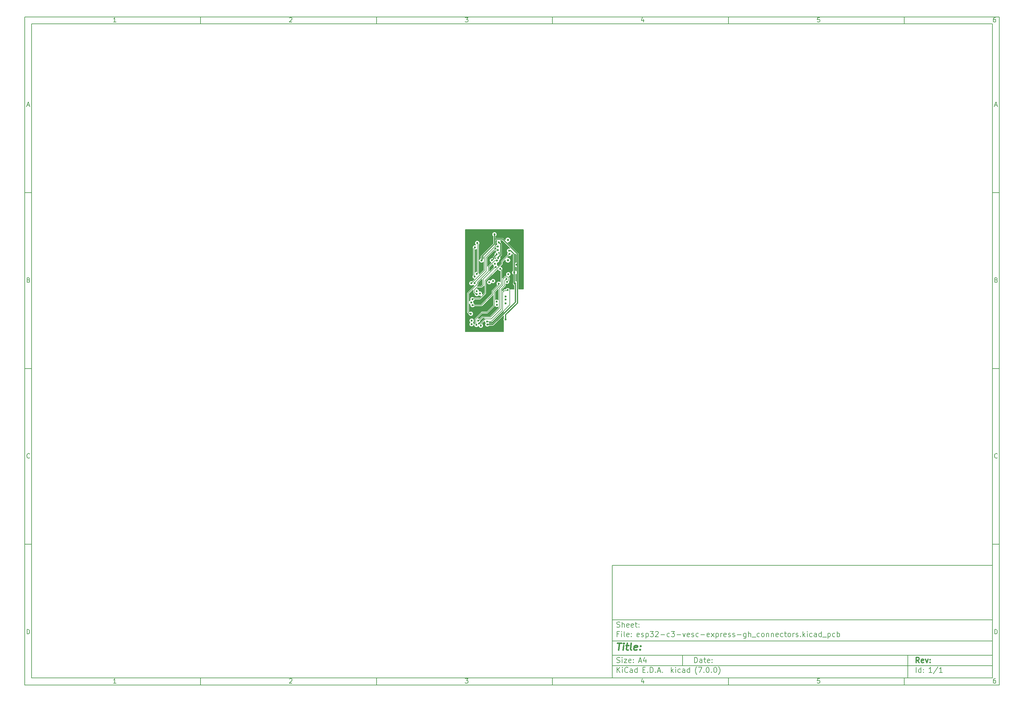
<source format=gbr>
%TF.GenerationSoftware,KiCad,Pcbnew,(7.0.0)*%
%TF.CreationDate,2023-02-27T05:24:13-06:00*%
%TF.ProjectId,esp32-c3-vesc-express-gh_connectors,65737033-322d-4633-932d-766573632d65,rev?*%
%TF.SameCoordinates,Original*%
%TF.FileFunction,Copper,L3,Inr*%
%TF.FilePolarity,Positive*%
%FSLAX46Y46*%
G04 Gerber Fmt 4.6, Leading zero omitted, Abs format (unit mm)*
G04 Created by KiCad (PCBNEW (7.0.0)) date 2023-02-27 05:24:13*
%MOMM*%
%LPD*%
G01*
G04 APERTURE LIST*
%ADD10C,0.100000*%
%ADD11C,0.150000*%
%ADD12C,0.300000*%
%ADD13C,0.400000*%
%TA.AperFunction,ComponentPad*%
%ADD14C,0.650000*%
%TD*%
%TA.AperFunction,ViaPad*%
%ADD15C,0.600000*%
%TD*%
%TA.AperFunction,Conductor*%
%ADD16C,0.200000*%
%TD*%
%TA.AperFunction,Conductor*%
%ADD17C,0.300000*%
%TD*%
G04 APERTURE END LIST*
D10*
D11*
X177002200Y-166007200D02*
X285002200Y-166007200D01*
X285002200Y-198007200D01*
X177002200Y-198007200D01*
X177002200Y-166007200D01*
D10*
D11*
X10000000Y-10000000D02*
X287002200Y-10000000D01*
X287002200Y-200007200D01*
X10000000Y-200007200D01*
X10000000Y-10000000D01*
D10*
D11*
X12000000Y-12000000D02*
X285002200Y-12000000D01*
X285002200Y-198007200D01*
X12000000Y-198007200D01*
X12000000Y-12000000D01*
D10*
D11*
X60000000Y-12000000D02*
X60000000Y-10000000D01*
D10*
D11*
X110000000Y-12000000D02*
X110000000Y-10000000D01*
D10*
D11*
X160000000Y-12000000D02*
X160000000Y-10000000D01*
D10*
D11*
X210000000Y-12000000D02*
X210000000Y-10000000D01*
D10*
D11*
X260000000Y-12000000D02*
X260000000Y-10000000D01*
D10*
D11*
X35990476Y-11477595D02*
X35247619Y-11477595D01*
X35619047Y-11477595D02*
X35619047Y-10177595D01*
X35619047Y-10177595D02*
X35495238Y-10363309D01*
X35495238Y-10363309D02*
X35371428Y-10487119D01*
X35371428Y-10487119D02*
X35247619Y-10549023D01*
D10*
D11*
X85247619Y-10301404D02*
X85309523Y-10239500D01*
X85309523Y-10239500D02*
X85433333Y-10177595D01*
X85433333Y-10177595D02*
X85742857Y-10177595D01*
X85742857Y-10177595D02*
X85866666Y-10239500D01*
X85866666Y-10239500D02*
X85928571Y-10301404D01*
X85928571Y-10301404D02*
X85990476Y-10425214D01*
X85990476Y-10425214D02*
X85990476Y-10549023D01*
X85990476Y-10549023D02*
X85928571Y-10734738D01*
X85928571Y-10734738D02*
X85185714Y-11477595D01*
X85185714Y-11477595D02*
X85990476Y-11477595D01*
D10*
D11*
X135185714Y-10177595D02*
X135990476Y-10177595D01*
X135990476Y-10177595D02*
X135557142Y-10672833D01*
X135557142Y-10672833D02*
X135742857Y-10672833D01*
X135742857Y-10672833D02*
X135866666Y-10734738D01*
X135866666Y-10734738D02*
X135928571Y-10796642D01*
X135928571Y-10796642D02*
X135990476Y-10920452D01*
X135990476Y-10920452D02*
X135990476Y-11229976D01*
X135990476Y-11229976D02*
X135928571Y-11353785D01*
X135928571Y-11353785D02*
X135866666Y-11415690D01*
X135866666Y-11415690D02*
X135742857Y-11477595D01*
X135742857Y-11477595D02*
X135371428Y-11477595D01*
X135371428Y-11477595D02*
X135247619Y-11415690D01*
X135247619Y-11415690D02*
X135185714Y-11353785D01*
D10*
D11*
X185866666Y-10610928D02*
X185866666Y-11477595D01*
X185557142Y-10115690D02*
X185247619Y-11044261D01*
X185247619Y-11044261D02*
X186052380Y-11044261D01*
D10*
D11*
X235928571Y-10177595D02*
X235309523Y-10177595D01*
X235309523Y-10177595D02*
X235247619Y-10796642D01*
X235247619Y-10796642D02*
X235309523Y-10734738D01*
X235309523Y-10734738D02*
X235433333Y-10672833D01*
X235433333Y-10672833D02*
X235742857Y-10672833D01*
X235742857Y-10672833D02*
X235866666Y-10734738D01*
X235866666Y-10734738D02*
X235928571Y-10796642D01*
X235928571Y-10796642D02*
X235990476Y-10920452D01*
X235990476Y-10920452D02*
X235990476Y-11229976D01*
X235990476Y-11229976D02*
X235928571Y-11353785D01*
X235928571Y-11353785D02*
X235866666Y-11415690D01*
X235866666Y-11415690D02*
X235742857Y-11477595D01*
X235742857Y-11477595D02*
X235433333Y-11477595D01*
X235433333Y-11477595D02*
X235309523Y-11415690D01*
X235309523Y-11415690D02*
X235247619Y-11353785D01*
D10*
D11*
X285866666Y-10177595D02*
X285619047Y-10177595D01*
X285619047Y-10177595D02*
X285495238Y-10239500D01*
X285495238Y-10239500D02*
X285433333Y-10301404D01*
X285433333Y-10301404D02*
X285309523Y-10487119D01*
X285309523Y-10487119D02*
X285247619Y-10734738D01*
X285247619Y-10734738D02*
X285247619Y-11229976D01*
X285247619Y-11229976D02*
X285309523Y-11353785D01*
X285309523Y-11353785D02*
X285371428Y-11415690D01*
X285371428Y-11415690D02*
X285495238Y-11477595D01*
X285495238Y-11477595D02*
X285742857Y-11477595D01*
X285742857Y-11477595D02*
X285866666Y-11415690D01*
X285866666Y-11415690D02*
X285928571Y-11353785D01*
X285928571Y-11353785D02*
X285990476Y-11229976D01*
X285990476Y-11229976D02*
X285990476Y-10920452D01*
X285990476Y-10920452D02*
X285928571Y-10796642D01*
X285928571Y-10796642D02*
X285866666Y-10734738D01*
X285866666Y-10734738D02*
X285742857Y-10672833D01*
X285742857Y-10672833D02*
X285495238Y-10672833D01*
X285495238Y-10672833D02*
X285371428Y-10734738D01*
X285371428Y-10734738D02*
X285309523Y-10796642D01*
X285309523Y-10796642D02*
X285247619Y-10920452D01*
D10*
D11*
X60000000Y-198007200D02*
X60000000Y-200007200D01*
D10*
D11*
X110000000Y-198007200D02*
X110000000Y-200007200D01*
D10*
D11*
X160000000Y-198007200D02*
X160000000Y-200007200D01*
D10*
D11*
X210000000Y-198007200D02*
X210000000Y-200007200D01*
D10*
D11*
X260000000Y-198007200D02*
X260000000Y-200007200D01*
D10*
D11*
X35990476Y-199484795D02*
X35247619Y-199484795D01*
X35619047Y-199484795D02*
X35619047Y-198184795D01*
X35619047Y-198184795D02*
X35495238Y-198370509D01*
X35495238Y-198370509D02*
X35371428Y-198494319D01*
X35371428Y-198494319D02*
X35247619Y-198556223D01*
D10*
D11*
X85247619Y-198308604D02*
X85309523Y-198246700D01*
X85309523Y-198246700D02*
X85433333Y-198184795D01*
X85433333Y-198184795D02*
X85742857Y-198184795D01*
X85742857Y-198184795D02*
X85866666Y-198246700D01*
X85866666Y-198246700D02*
X85928571Y-198308604D01*
X85928571Y-198308604D02*
X85990476Y-198432414D01*
X85990476Y-198432414D02*
X85990476Y-198556223D01*
X85990476Y-198556223D02*
X85928571Y-198741938D01*
X85928571Y-198741938D02*
X85185714Y-199484795D01*
X85185714Y-199484795D02*
X85990476Y-199484795D01*
D10*
D11*
X135185714Y-198184795D02*
X135990476Y-198184795D01*
X135990476Y-198184795D02*
X135557142Y-198680033D01*
X135557142Y-198680033D02*
X135742857Y-198680033D01*
X135742857Y-198680033D02*
X135866666Y-198741938D01*
X135866666Y-198741938D02*
X135928571Y-198803842D01*
X135928571Y-198803842D02*
X135990476Y-198927652D01*
X135990476Y-198927652D02*
X135990476Y-199237176D01*
X135990476Y-199237176D02*
X135928571Y-199360985D01*
X135928571Y-199360985D02*
X135866666Y-199422890D01*
X135866666Y-199422890D02*
X135742857Y-199484795D01*
X135742857Y-199484795D02*
X135371428Y-199484795D01*
X135371428Y-199484795D02*
X135247619Y-199422890D01*
X135247619Y-199422890D02*
X135185714Y-199360985D01*
D10*
D11*
X185866666Y-198618128D02*
X185866666Y-199484795D01*
X185557142Y-198122890D02*
X185247619Y-199051461D01*
X185247619Y-199051461D02*
X186052380Y-199051461D01*
D10*
D11*
X235928571Y-198184795D02*
X235309523Y-198184795D01*
X235309523Y-198184795D02*
X235247619Y-198803842D01*
X235247619Y-198803842D02*
X235309523Y-198741938D01*
X235309523Y-198741938D02*
X235433333Y-198680033D01*
X235433333Y-198680033D02*
X235742857Y-198680033D01*
X235742857Y-198680033D02*
X235866666Y-198741938D01*
X235866666Y-198741938D02*
X235928571Y-198803842D01*
X235928571Y-198803842D02*
X235990476Y-198927652D01*
X235990476Y-198927652D02*
X235990476Y-199237176D01*
X235990476Y-199237176D02*
X235928571Y-199360985D01*
X235928571Y-199360985D02*
X235866666Y-199422890D01*
X235866666Y-199422890D02*
X235742857Y-199484795D01*
X235742857Y-199484795D02*
X235433333Y-199484795D01*
X235433333Y-199484795D02*
X235309523Y-199422890D01*
X235309523Y-199422890D02*
X235247619Y-199360985D01*
D10*
D11*
X285866666Y-198184795D02*
X285619047Y-198184795D01*
X285619047Y-198184795D02*
X285495238Y-198246700D01*
X285495238Y-198246700D02*
X285433333Y-198308604D01*
X285433333Y-198308604D02*
X285309523Y-198494319D01*
X285309523Y-198494319D02*
X285247619Y-198741938D01*
X285247619Y-198741938D02*
X285247619Y-199237176D01*
X285247619Y-199237176D02*
X285309523Y-199360985D01*
X285309523Y-199360985D02*
X285371428Y-199422890D01*
X285371428Y-199422890D02*
X285495238Y-199484795D01*
X285495238Y-199484795D02*
X285742857Y-199484795D01*
X285742857Y-199484795D02*
X285866666Y-199422890D01*
X285866666Y-199422890D02*
X285928571Y-199360985D01*
X285928571Y-199360985D02*
X285990476Y-199237176D01*
X285990476Y-199237176D02*
X285990476Y-198927652D01*
X285990476Y-198927652D02*
X285928571Y-198803842D01*
X285928571Y-198803842D02*
X285866666Y-198741938D01*
X285866666Y-198741938D02*
X285742857Y-198680033D01*
X285742857Y-198680033D02*
X285495238Y-198680033D01*
X285495238Y-198680033D02*
X285371428Y-198741938D01*
X285371428Y-198741938D02*
X285309523Y-198803842D01*
X285309523Y-198803842D02*
X285247619Y-198927652D01*
D10*
D11*
X10000000Y-60000000D02*
X12000000Y-60000000D01*
D10*
D11*
X10000000Y-110000000D02*
X12000000Y-110000000D01*
D10*
D11*
X10000000Y-160000000D02*
X12000000Y-160000000D01*
D10*
D11*
X10690476Y-35106166D02*
X11309523Y-35106166D01*
X10566666Y-35477595D02*
X10999999Y-34177595D01*
X10999999Y-34177595D02*
X11433333Y-35477595D01*
D10*
D11*
X11092857Y-84796642D02*
X11278571Y-84858547D01*
X11278571Y-84858547D02*
X11340476Y-84920452D01*
X11340476Y-84920452D02*
X11402380Y-85044261D01*
X11402380Y-85044261D02*
X11402380Y-85229976D01*
X11402380Y-85229976D02*
X11340476Y-85353785D01*
X11340476Y-85353785D02*
X11278571Y-85415690D01*
X11278571Y-85415690D02*
X11154761Y-85477595D01*
X11154761Y-85477595D02*
X10659523Y-85477595D01*
X10659523Y-85477595D02*
X10659523Y-84177595D01*
X10659523Y-84177595D02*
X11092857Y-84177595D01*
X11092857Y-84177595D02*
X11216666Y-84239500D01*
X11216666Y-84239500D02*
X11278571Y-84301404D01*
X11278571Y-84301404D02*
X11340476Y-84425214D01*
X11340476Y-84425214D02*
X11340476Y-84549023D01*
X11340476Y-84549023D02*
X11278571Y-84672833D01*
X11278571Y-84672833D02*
X11216666Y-84734738D01*
X11216666Y-84734738D02*
X11092857Y-84796642D01*
X11092857Y-84796642D02*
X10659523Y-84796642D01*
D10*
D11*
X11402380Y-135353785D02*
X11340476Y-135415690D01*
X11340476Y-135415690D02*
X11154761Y-135477595D01*
X11154761Y-135477595D02*
X11030952Y-135477595D01*
X11030952Y-135477595D02*
X10845238Y-135415690D01*
X10845238Y-135415690D02*
X10721428Y-135291880D01*
X10721428Y-135291880D02*
X10659523Y-135168071D01*
X10659523Y-135168071D02*
X10597619Y-134920452D01*
X10597619Y-134920452D02*
X10597619Y-134734738D01*
X10597619Y-134734738D02*
X10659523Y-134487119D01*
X10659523Y-134487119D02*
X10721428Y-134363309D01*
X10721428Y-134363309D02*
X10845238Y-134239500D01*
X10845238Y-134239500D02*
X11030952Y-134177595D01*
X11030952Y-134177595D02*
X11154761Y-134177595D01*
X11154761Y-134177595D02*
X11340476Y-134239500D01*
X11340476Y-134239500D02*
X11402380Y-134301404D01*
D10*
D11*
X10659523Y-185477595D02*
X10659523Y-184177595D01*
X10659523Y-184177595D02*
X10969047Y-184177595D01*
X10969047Y-184177595D02*
X11154761Y-184239500D01*
X11154761Y-184239500D02*
X11278571Y-184363309D01*
X11278571Y-184363309D02*
X11340476Y-184487119D01*
X11340476Y-184487119D02*
X11402380Y-184734738D01*
X11402380Y-184734738D02*
X11402380Y-184920452D01*
X11402380Y-184920452D02*
X11340476Y-185168071D01*
X11340476Y-185168071D02*
X11278571Y-185291880D01*
X11278571Y-185291880D02*
X11154761Y-185415690D01*
X11154761Y-185415690D02*
X10969047Y-185477595D01*
X10969047Y-185477595D02*
X10659523Y-185477595D01*
D10*
D11*
X287002200Y-60000000D02*
X285002200Y-60000000D01*
D10*
D11*
X287002200Y-110000000D02*
X285002200Y-110000000D01*
D10*
D11*
X287002200Y-160000000D02*
X285002200Y-160000000D01*
D10*
D11*
X285692676Y-35106166D02*
X286311723Y-35106166D01*
X285568866Y-35477595D02*
X286002199Y-34177595D01*
X286002199Y-34177595D02*
X286435533Y-35477595D01*
D10*
D11*
X286095057Y-84796642D02*
X286280771Y-84858547D01*
X286280771Y-84858547D02*
X286342676Y-84920452D01*
X286342676Y-84920452D02*
X286404580Y-85044261D01*
X286404580Y-85044261D02*
X286404580Y-85229976D01*
X286404580Y-85229976D02*
X286342676Y-85353785D01*
X286342676Y-85353785D02*
X286280771Y-85415690D01*
X286280771Y-85415690D02*
X286156961Y-85477595D01*
X286156961Y-85477595D02*
X285661723Y-85477595D01*
X285661723Y-85477595D02*
X285661723Y-84177595D01*
X285661723Y-84177595D02*
X286095057Y-84177595D01*
X286095057Y-84177595D02*
X286218866Y-84239500D01*
X286218866Y-84239500D02*
X286280771Y-84301404D01*
X286280771Y-84301404D02*
X286342676Y-84425214D01*
X286342676Y-84425214D02*
X286342676Y-84549023D01*
X286342676Y-84549023D02*
X286280771Y-84672833D01*
X286280771Y-84672833D02*
X286218866Y-84734738D01*
X286218866Y-84734738D02*
X286095057Y-84796642D01*
X286095057Y-84796642D02*
X285661723Y-84796642D01*
D10*
D11*
X286404580Y-135353785D02*
X286342676Y-135415690D01*
X286342676Y-135415690D02*
X286156961Y-135477595D01*
X286156961Y-135477595D02*
X286033152Y-135477595D01*
X286033152Y-135477595D02*
X285847438Y-135415690D01*
X285847438Y-135415690D02*
X285723628Y-135291880D01*
X285723628Y-135291880D02*
X285661723Y-135168071D01*
X285661723Y-135168071D02*
X285599819Y-134920452D01*
X285599819Y-134920452D02*
X285599819Y-134734738D01*
X285599819Y-134734738D02*
X285661723Y-134487119D01*
X285661723Y-134487119D02*
X285723628Y-134363309D01*
X285723628Y-134363309D02*
X285847438Y-134239500D01*
X285847438Y-134239500D02*
X286033152Y-134177595D01*
X286033152Y-134177595D02*
X286156961Y-134177595D01*
X286156961Y-134177595D02*
X286342676Y-134239500D01*
X286342676Y-134239500D02*
X286404580Y-134301404D01*
D10*
D11*
X285661723Y-185477595D02*
X285661723Y-184177595D01*
X285661723Y-184177595D02*
X285971247Y-184177595D01*
X285971247Y-184177595D02*
X286156961Y-184239500D01*
X286156961Y-184239500D02*
X286280771Y-184363309D01*
X286280771Y-184363309D02*
X286342676Y-184487119D01*
X286342676Y-184487119D02*
X286404580Y-184734738D01*
X286404580Y-184734738D02*
X286404580Y-184920452D01*
X286404580Y-184920452D02*
X286342676Y-185168071D01*
X286342676Y-185168071D02*
X286280771Y-185291880D01*
X286280771Y-185291880D02*
X286156961Y-185415690D01*
X286156961Y-185415690D02*
X285971247Y-185477595D01*
X285971247Y-185477595D02*
X285661723Y-185477595D01*
D10*
D11*
X200359342Y-193658271D02*
X200359342Y-192158271D01*
X200359342Y-192158271D02*
X200716485Y-192158271D01*
X200716485Y-192158271D02*
X200930771Y-192229700D01*
X200930771Y-192229700D02*
X201073628Y-192372557D01*
X201073628Y-192372557D02*
X201145057Y-192515414D01*
X201145057Y-192515414D02*
X201216485Y-192801128D01*
X201216485Y-192801128D02*
X201216485Y-193015414D01*
X201216485Y-193015414D02*
X201145057Y-193301128D01*
X201145057Y-193301128D02*
X201073628Y-193443985D01*
X201073628Y-193443985D02*
X200930771Y-193586842D01*
X200930771Y-193586842D02*
X200716485Y-193658271D01*
X200716485Y-193658271D02*
X200359342Y-193658271D01*
X202502200Y-193658271D02*
X202502200Y-192872557D01*
X202502200Y-192872557D02*
X202430771Y-192729700D01*
X202430771Y-192729700D02*
X202287914Y-192658271D01*
X202287914Y-192658271D02*
X202002200Y-192658271D01*
X202002200Y-192658271D02*
X201859342Y-192729700D01*
X202502200Y-193586842D02*
X202359342Y-193658271D01*
X202359342Y-193658271D02*
X202002200Y-193658271D01*
X202002200Y-193658271D02*
X201859342Y-193586842D01*
X201859342Y-193586842D02*
X201787914Y-193443985D01*
X201787914Y-193443985D02*
X201787914Y-193301128D01*
X201787914Y-193301128D02*
X201859342Y-193158271D01*
X201859342Y-193158271D02*
X202002200Y-193086842D01*
X202002200Y-193086842D02*
X202359342Y-193086842D01*
X202359342Y-193086842D02*
X202502200Y-193015414D01*
X203002200Y-192658271D02*
X203573628Y-192658271D01*
X203216485Y-192158271D02*
X203216485Y-193443985D01*
X203216485Y-193443985D02*
X203287914Y-193586842D01*
X203287914Y-193586842D02*
X203430771Y-193658271D01*
X203430771Y-193658271D02*
X203573628Y-193658271D01*
X204645057Y-193586842D02*
X204502200Y-193658271D01*
X204502200Y-193658271D02*
X204216486Y-193658271D01*
X204216486Y-193658271D02*
X204073628Y-193586842D01*
X204073628Y-193586842D02*
X204002200Y-193443985D01*
X204002200Y-193443985D02*
X204002200Y-192872557D01*
X204002200Y-192872557D02*
X204073628Y-192729700D01*
X204073628Y-192729700D02*
X204216486Y-192658271D01*
X204216486Y-192658271D02*
X204502200Y-192658271D01*
X204502200Y-192658271D02*
X204645057Y-192729700D01*
X204645057Y-192729700D02*
X204716486Y-192872557D01*
X204716486Y-192872557D02*
X204716486Y-193015414D01*
X204716486Y-193015414D02*
X204002200Y-193158271D01*
X205359342Y-193515414D02*
X205430771Y-193586842D01*
X205430771Y-193586842D02*
X205359342Y-193658271D01*
X205359342Y-193658271D02*
X205287914Y-193586842D01*
X205287914Y-193586842D02*
X205359342Y-193515414D01*
X205359342Y-193515414D02*
X205359342Y-193658271D01*
X205359342Y-192729700D02*
X205430771Y-192801128D01*
X205430771Y-192801128D02*
X205359342Y-192872557D01*
X205359342Y-192872557D02*
X205287914Y-192801128D01*
X205287914Y-192801128D02*
X205359342Y-192729700D01*
X205359342Y-192729700D02*
X205359342Y-192872557D01*
D10*
D11*
X177002200Y-194507200D02*
X285002200Y-194507200D01*
D10*
D11*
X178359342Y-196458271D02*
X178359342Y-194958271D01*
X179216485Y-196458271D02*
X178573628Y-195601128D01*
X179216485Y-194958271D02*
X178359342Y-195815414D01*
X179859342Y-196458271D02*
X179859342Y-195458271D01*
X179859342Y-194958271D02*
X179787914Y-195029700D01*
X179787914Y-195029700D02*
X179859342Y-195101128D01*
X179859342Y-195101128D02*
X179930771Y-195029700D01*
X179930771Y-195029700D02*
X179859342Y-194958271D01*
X179859342Y-194958271D02*
X179859342Y-195101128D01*
X181430771Y-196315414D02*
X181359343Y-196386842D01*
X181359343Y-196386842D02*
X181145057Y-196458271D01*
X181145057Y-196458271D02*
X181002200Y-196458271D01*
X181002200Y-196458271D02*
X180787914Y-196386842D01*
X180787914Y-196386842D02*
X180645057Y-196243985D01*
X180645057Y-196243985D02*
X180573628Y-196101128D01*
X180573628Y-196101128D02*
X180502200Y-195815414D01*
X180502200Y-195815414D02*
X180502200Y-195601128D01*
X180502200Y-195601128D02*
X180573628Y-195315414D01*
X180573628Y-195315414D02*
X180645057Y-195172557D01*
X180645057Y-195172557D02*
X180787914Y-195029700D01*
X180787914Y-195029700D02*
X181002200Y-194958271D01*
X181002200Y-194958271D02*
X181145057Y-194958271D01*
X181145057Y-194958271D02*
X181359343Y-195029700D01*
X181359343Y-195029700D02*
X181430771Y-195101128D01*
X182716486Y-196458271D02*
X182716486Y-195672557D01*
X182716486Y-195672557D02*
X182645057Y-195529700D01*
X182645057Y-195529700D02*
X182502200Y-195458271D01*
X182502200Y-195458271D02*
X182216486Y-195458271D01*
X182216486Y-195458271D02*
X182073628Y-195529700D01*
X182716486Y-196386842D02*
X182573628Y-196458271D01*
X182573628Y-196458271D02*
X182216486Y-196458271D01*
X182216486Y-196458271D02*
X182073628Y-196386842D01*
X182073628Y-196386842D02*
X182002200Y-196243985D01*
X182002200Y-196243985D02*
X182002200Y-196101128D01*
X182002200Y-196101128D02*
X182073628Y-195958271D01*
X182073628Y-195958271D02*
X182216486Y-195886842D01*
X182216486Y-195886842D02*
X182573628Y-195886842D01*
X182573628Y-195886842D02*
X182716486Y-195815414D01*
X184073629Y-196458271D02*
X184073629Y-194958271D01*
X184073629Y-196386842D02*
X183930771Y-196458271D01*
X183930771Y-196458271D02*
X183645057Y-196458271D01*
X183645057Y-196458271D02*
X183502200Y-196386842D01*
X183502200Y-196386842D02*
X183430771Y-196315414D01*
X183430771Y-196315414D02*
X183359343Y-196172557D01*
X183359343Y-196172557D02*
X183359343Y-195743985D01*
X183359343Y-195743985D02*
X183430771Y-195601128D01*
X183430771Y-195601128D02*
X183502200Y-195529700D01*
X183502200Y-195529700D02*
X183645057Y-195458271D01*
X183645057Y-195458271D02*
X183930771Y-195458271D01*
X183930771Y-195458271D02*
X184073629Y-195529700D01*
X185687914Y-195672557D02*
X186187914Y-195672557D01*
X186402200Y-196458271D02*
X185687914Y-196458271D01*
X185687914Y-196458271D02*
X185687914Y-194958271D01*
X185687914Y-194958271D02*
X186402200Y-194958271D01*
X187045057Y-196315414D02*
X187116486Y-196386842D01*
X187116486Y-196386842D02*
X187045057Y-196458271D01*
X187045057Y-196458271D02*
X186973629Y-196386842D01*
X186973629Y-196386842D02*
X187045057Y-196315414D01*
X187045057Y-196315414D02*
X187045057Y-196458271D01*
X187759343Y-196458271D02*
X187759343Y-194958271D01*
X187759343Y-194958271D02*
X188116486Y-194958271D01*
X188116486Y-194958271D02*
X188330772Y-195029700D01*
X188330772Y-195029700D02*
X188473629Y-195172557D01*
X188473629Y-195172557D02*
X188545058Y-195315414D01*
X188545058Y-195315414D02*
X188616486Y-195601128D01*
X188616486Y-195601128D02*
X188616486Y-195815414D01*
X188616486Y-195815414D02*
X188545058Y-196101128D01*
X188545058Y-196101128D02*
X188473629Y-196243985D01*
X188473629Y-196243985D02*
X188330772Y-196386842D01*
X188330772Y-196386842D02*
X188116486Y-196458271D01*
X188116486Y-196458271D02*
X187759343Y-196458271D01*
X189259343Y-196315414D02*
X189330772Y-196386842D01*
X189330772Y-196386842D02*
X189259343Y-196458271D01*
X189259343Y-196458271D02*
X189187915Y-196386842D01*
X189187915Y-196386842D02*
X189259343Y-196315414D01*
X189259343Y-196315414D02*
X189259343Y-196458271D01*
X189902201Y-196029700D02*
X190616487Y-196029700D01*
X189759344Y-196458271D02*
X190259344Y-194958271D01*
X190259344Y-194958271D02*
X190759344Y-196458271D01*
X191259343Y-196315414D02*
X191330772Y-196386842D01*
X191330772Y-196386842D02*
X191259343Y-196458271D01*
X191259343Y-196458271D02*
X191187915Y-196386842D01*
X191187915Y-196386842D02*
X191259343Y-196315414D01*
X191259343Y-196315414D02*
X191259343Y-196458271D01*
X193773629Y-196458271D02*
X193773629Y-194958271D01*
X193916487Y-195886842D02*
X194345058Y-196458271D01*
X194345058Y-195458271D02*
X193773629Y-196029700D01*
X194987915Y-196458271D02*
X194987915Y-195458271D01*
X194987915Y-194958271D02*
X194916487Y-195029700D01*
X194916487Y-195029700D02*
X194987915Y-195101128D01*
X194987915Y-195101128D02*
X195059344Y-195029700D01*
X195059344Y-195029700D02*
X194987915Y-194958271D01*
X194987915Y-194958271D02*
X194987915Y-195101128D01*
X196345059Y-196386842D02*
X196202201Y-196458271D01*
X196202201Y-196458271D02*
X195916487Y-196458271D01*
X195916487Y-196458271D02*
X195773630Y-196386842D01*
X195773630Y-196386842D02*
X195702201Y-196315414D01*
X195702201Y-196315414D02*
X195630773Y-196172557D01*
X195630773Y-196172557D02*
X195630773Y-195743985D01*
X195630773Y-195743985D02*
X195702201Y-195601128D01*
X195702201Y-195601128D02*
X195773630Y-195529700D01*
X195773630Y-195529700D02*
X195916487Y-195458271D01*
X195916487Y-195458271D02*
X196202201Y-195458271D01*
X196202201Y-195458271D02*
X196345059Y-195529700D01*
X197630773Y-196458271D02*
X197630773Y-195672557D01*
X197630773Y-195672557D02*
X197559344Y-195529700D01*
X197559344Y-195529700D02*
X197416487Y-195458271D01*
X197416487Y-195458271D02*
X197130773Y-195458271D01*
X197130773Y-195458271D02*
X196987915Y-195529700D01*
X197630773Y-196386842D02*
X197487915Y-196458271D01*
X197487915Y-196458271D02*
X197130773Y-196458271D01*
X197130773Y-196458271D02*
X196987915Y-196386842D01*
X196987915Y-196386842D02*
X196916487Y-196243985D01*
X196916487Y-196243985D02*
X196916487Y-196101128D01*
X196916487Y-196101128D02*
X196987915Y-195958271D01*
X196987915Y-195958271D02*
X197130773Y-195886842D01*
X197130773Y-195886842D02*
X197487915Y-195886842D01*
X197487915Y-195886842D02*
X197630773Y-195815414D01*
X198987916Y-196458271D02*
X198987916Y-194958271D01*
X198987916Y-196386842D02*
X198845058Y-196458271D01*
X198845058Y-196458271D02*
X198559344Y-196458271D01*
X198559344Y-196458271D02*
X198416487Y-196386842D01*
X198416487Y-196386842D02*
X198345058Y-196315414D01*
X198345058Y-196315414D02*
X198273630Y-196172557D01*
X198273630Y-196172557D02*
X198273630Y-195743985D01*
X198273630Y-195743985D02*
X198345058Y-195601128D01*
X198345058Y-195601128D02*
X198416487Y-195529700D01*
X198416487Y-195529700D02*
X198559344Y-195458271D01*
X198559344Y-195458271D02*
X198845058Y-195458271D01*
X198845058Y-195458271D02*
X198987916Y-195529700D01*
X201030773Y-197029700D02*
X200959344Y-196958271D01*
X200959344Y-196958271D02*
X200816487Y-196743985D01*
X200816487Y-196743985D02*
X200745059Y-196601128D01*
X200745059Y-196601128D02*
X200673630Y-196386842D01*
X200673630Y-196386842D02*
X200602201Y-196029700D01*
X200602201Y-196029700D02*
X200602201Y-195743985D01*
X200602201Y-195743985D02*
X200673630Y-195386842D01*
X200673630Y-195386842D02*
X200745059Y-195172557D01*
X200745059Y-195172557D02*
X200816487Y-195029700D01*
X200816487Y-195029700D02*
X200959344Y-194815414D01*
X200959344Y-194815414D02*
X201030773Y-194743985D01*
X201459344Y-194958271D02*
X202459344Y-194958271D01*
X202459344Y-194958271D02*
X201816487Y-196458271D01*
X203030772Y-196315414D02*
X203102201Y-196386842D01*
X203102201Y-196386842D02*
X203030772Y-196458271D01*
X203030772Y-196458271D02*
X202959344Y-196386842D01*
X202959344Y-196386842D02*
X203030772Y-196315414D01*
X203030772Y-196315414D02*
X203030772Y-196458271D01*
X204030773Y-194958271D02*
X204173630Y-194958271D01*
X204173630Y-194958271D02*
X204316487Y-195029700D01*
X204316487Y-195029700D02*
X204387916Y-195101128D01*
X204387916Y-195101128D02*
X204459344Y-195243985D01*
X204459344Y-195243985D02*
X204530773Y-195529700D01*
X204530773Y-195529700D02*
X204530773Y-195886842D01*
X204530773Y-195886842D02*
X204459344Y-196172557D01*
X204459344Y-196172557D02*
X204387916Y-196315414D01*
X204387916Y-196315414D02*
X204316487Y-196386842D01*
X204316487Y-196386842D02*
X204173630Y-196458271D01*
X204173630Y-196458271D02*
X204030773Y-196458271D01*
X204030773Y-196458271D02*
X203887916Y-196386842D01*
X203887916Y-196386842D02*
X203816487Y-196315414D01*
X203816487Y-196315414D02*
X203745058Y-196172557D01*
X203745058Y-196172557D02*
X203673630Y-195886842D01*
X203673630Y-195886842D02*
X203673630Y-195529700D01*
X203673630Y-195529700D02*
X203745058Y-195243985D01*
X203745058Y-195243985D02*
X203816487Y-195101128D01*
X203816487Y-195101128D02*
X203887916Y-195029700D01*
X203887916Y-195029700D02*
X204030773Y-194958271D01*
X205173629Y-196315414D02*
X205245058Y-196386842D01*
X205245058Y-196386842D02*
X205173629Y-196458271D01*
X205173629Y-196458271D02*
X205102201Y-196386842D01*
X205102201Y-196386842D02*
X205173629Y-196315414D01*
X205173629Y-196315414D02*
X205173629Y-196458271D01*
X206173630Y-194958271D02*
X206316487Y-194958271D01*
X206316487Y-194958271D02*
X206459344Y-195029700D01*
X206459344Y-195029700D02*
X206530773Y-195101128D01*
X206530773Y-195101128D02*
X206602201Y-195243985D01*
X206602201Y-195243985D02*
X206673630Y-195529700D01*
X206673630Y-195529700D02*
X206673630Y-195886842D01*
X206673630Y-195886842D02*
X206602201Y-196172557D01*
X206602201Y-196172557D02*
X206530773Y-196315414D01*
X206530773Y-196315414D02*
X206459344Y-196386842D01*
X206459344Y-196386842D02*
X206316487Y-196458271D01*
X206316487Y-196458271D02*
X206173630Y-196458271D01*
X206173630Y-196458271D02*
X206030773Y-196386842D01*
X206030773Y-196386842D02*
X205959344Y-196315414D01*
X205959344Y-196315414D02*
X205887915Y-196172557D01*
X205887915Y-196172557D02*
X205816487Y-195886842D01*
X205816487Y-195886842D02*
X205816487Y-195529700D01*
X205816487Y-195529700D02*
X205887915Y-195243985D01*
X205887915Y-195243985D02*
X205959344Y-195101128D01*
X205959344Y-195101128D02*
X206030773Y-195029700D01*
X206030773Y-195029700D02*
X206173630Y-194958271D01*
X207173629Y-197029700D02*
X207245058Y-196958271D01*
X207245058Y-196958271D02*
X207387915Y-196743985D01*
X207387915Y-196743985D02*
X207459344Y-196601128D01*
X207459344Y-196601128D02*
X207530772Y-196386842D01*
X207530772Y-196386842D02*
X207602201Y-196029700D01*
X207602201Y-196029700D02*
X207602201Y-195743985D01*
X207602201Y-195743985D02*
X207530772Y-195386842D01*
X207530772Y-195386842D02*
X207459344Y-195172557D01*
X207459344Y-195172557D02*
X207387915Y-195029700D01*
X207387915Y-195029700D02*
X207245058Y-194815414D01*
X207245058Y-194815414D02*
X207173629Y-194743985D01*
D10*
D11*
X177002200Y-191507200D02*
X285002200Y-191507200D01*
D10*
D12*
X264216485Y-193658271D02*
X263716485Y-192943985D01*
X263359342Y-193658271D02*
X263359342Y-192158271D01*
X263359342Y-192158271D02*
X263930771Y-192158271D01*
X263930771Y-192158271D02*
X264073628Y-192229700D01*
X264073628Y-192229700D02*
X264145057Y-192301128D01*
X264145057Y-192301128D02*
X264216485Y-192443985D01*
X264216485Y-192443985D02*
X264216485Y-192658271D01*
X264216485Y-192658271D02*
X264145057Y-192801128D01*
X264145057Y-192801128D02*
X264073628Y-192872557D01*
X264073628Y-192872557D02*
X263930771Y-192943985D01*
X263930771Y-192943985D02*
X263359342Y-192943985D01*
X265430771Y-193586842D02*
X265287914Y-193658271D01*
X265287914Y-193658271D02*
X265002200Y-193658271D01*
X265002200Y-193658271D02*
X264859342Y-193586842D01*
X264859342Y-193586842D02*
X264787914Y-193443985D01*
X264787914Y-193443985D02*
X264787914Y-192872557D01*
X264787914Y-192872557D02*
X264859342Y-192729700D01*
X264859342Y-192729700D02*
X265002200Y-192658271D01*
X265002200Y-192658271D02*
X265287914Y-192658271D01*
X265287914Y-192658271D02*
X265430771Y-192729700D01*
X265430771Y-192729700D02*
X265502200Y-192872557D01*
X265502200Y-192872557D02*
X265502200Y-193015414D01*
X265502200Y-193015414D02*
X264787914Y-193158271D01*
X266002199Y-192658271D02*
X266359342Y-193658271D01*
X266359342Y-193658271D02*
X266716485Y-192658271D01*
X267287913Y-193515414D02*
X267359342Y-193586842D01*
X267359342Y-193586842D02*
X267287913Y-193658271D01*
X267287913Y-193658271D02*
X267216485Y-193586842D01*
X267216485Y-193586842D02*
X267287913Y-193515414D01*
X267287913Y-193515414D02*
X267287913Y-193658271D01*
X267287913Y-192729700D02*
X267359342Y-192801128D01*
X267359342Y-192801128D02*
X267287913Y-192872557D01*
X267287913Y-192872557D02*
X267216485Y-192801128D01*
X267216485Y-192801128D02*
X267287913Y-192729700D01*
X267287913Y-192729700D02*
X267287913Y-192872557D01*
D10*
D11*
X178287914Y-193586842D02*
X178502200Y-193658271D01*
X178502200Y-193658271D02*
X178859342Y-193658271D01*
X178859342Y-193658271D02*
X179002200Y-193586842D01*
X179002200Y-193586842D02*
X179073628Y-193515414D01*
X179073628Y-193515414D02*
X179145057Y-193372557D01*
X179145057Y-193372557D02*
X179145057Y-193229700D01*
X179145057Y-193229700D02*
X179073628Y-193086842D01*
X179073628Y-193086842D02*
X179002200Y-193015414D01*
X179002200Y-193015414D02*
X178859342Y-192943985D01*
X178859342Y-192943985D02*
X178573628Y-192872557D01*
X178573628Y-192872557D02*
X178430771Y-192801128D01*
X178430771Y-192801128D02*
X178359342Y-192729700D01*
X178359342Y-192729700D02*
X178287914Y-192586842D01*
X178287914Y-192586842D02*
X178287914Y-192443985D01*
X178287914Y-192443985D02*
X178359342Y-192301128D01*
X178359342Y-192301128D02*
X178430771Y-192229700D01*
X178430771Y-192229700D02*
X178573628Y-192158271D01*
X178573628Y-192158271D02*
X178930771Y-192158271D01*
X178930771Y-192158271D02*
X179145057Y-192229700D01*
X179787913Y-193658271D02*
X179787913Y-192658271D01*
X179787913Y-192158271D02*
X179716485Y-192229700D01*
X179716485Y-192229700D02*
X179787913Y-192301128D01*
X179787913Y-192301128D02*
X179859342Y-192229700D01*
X179859342Y-192229700D02*
X179787913Y-192158271D01*
X179787913Y-192158271D02*
X179787913Y-192301128D01*
X180359342Y-192658271D02*
X181145057Y-192658271D01*
X181145057Y-192658271D02*
X180359342Y-193658271D01*
X180359342Y-193658271D02*
X181145057Y-193658271D01*
X182287914Y-193586842D02*
X182145057Y-193658271D01*
X182145057Y-193658271D02*
X181859343Y-193658271D01*
X181859343Y-193658271D02*
X181716485Y-193586842D01*
X181716485Y-193586842D02*
X181645057Y-193443985D01*
X181645057Y-193443985D02*
X181645057Y-192872557D01*
X181645057Y-192872557D02*
X181716485Y-192729700D01*
X181716485Y-192729700D02*
X181859343Y-192658271D01*
X181859343Y-192658271D02*
X182145057Y-192658271D01*
X182145057Y-192658271D02*
X182287914Y-192729700D01*
X182287914Y-192729700D02*
X182359343Y-192872557D01*
X182359343Y-192872557D02*
X182359343Y-193015414D01*
X182359343Y-193015414D02*
X181645057Y-193158271D01*
X183002199Y-193515414D02*
X183073628Y-193586842D01*
X183073628Y-193586842D02*
X183002199Y-193658271D01*
X183002199Y-193658271D02*
X182930771Y-193586842D01*
X182930771Y-193586842D02*
X183002199Y-193515414D01*
X183002199Y-193515414D02*
X183002199Y-193658271D01*
X183002199Y-192729700D02*
X183073628Y-192801128D01*
X183073628Y-192801128D02*
X183002199Y-192872557D01*
X183002199Y-192872557D02*
X182930771Y-192801128D01*
X182930771Y-192801128D02*
X183002199Y-192729700D01*
X183002199Y-192729700D02*
X183002199Y-192872557D01*
X184545057Y-193229700D02*
X185259343Y-193229700D01*
X184402200Y-193658271D02*
X184902200Y-192158271D01*
X184902200Y-192158271D02*
X185402200Y-193658271D01*
X186545057Y-192658271D02*
X186545057Y-193658271D01*
X186187914Y-192086842D02*
X185830771Y-193158271D01*
X185830771Y-193158271D02*
X186759342Y-193158271D01*
D10*
D11*
X263359342Y-196458271D02*
X263359342Y-194958271D01*
X264716486Y-196458271D02*
X264716486Y-194958271D01*
X264716486Y-196386842D02*
X264573628Y-196458271D01*
X264573628Y-196458271D02*
X264287914Y-196458271D01*
X264287914Y-196458271D02*
X264145057Y-196386842D01*
X264145057Y-196386842D02*
X264073628Y-196315414D01*
X264073628Y-196315414D02*
X264002200Y-196172557D01*
X264002200Y-196172557D02*
X264002200Y-195743985D01*
X264002200Y-195743985D02*
X264073628Y-195601128D01*
X264073628Y-195601128D02*
X264145057Y-195529700D01*
X264145057Y-195529700D02*
X264287914Y-195458271D01*
X264287914Y-195458271D02*
X264573628Y-195458271D01*
X264573628Y-195458271D02*
X264716486Y-195529700D01*
X265430771Y-196315414D02*
X265502200Y-196386842D01*
X265502200Y-196386842D02*
X265430771Y-196458271D01*
X265430771Y-196458271D02*
X265359343Y-196386842D01*
X265359343Y-196386842D02*
X265430771Y-196315414D01*
X265430771Y-196315414D02*
X265430771Y-196458271D01*
X265430771Y-195529700D02*
X265502200Y-195601128D01*
X265502200Y-195601128D02*
X265430771Y-195672557D01*
X265430771Y-195672557D02*
X265359343Y-195601128D01*
X265359343Y-195601128D02*
X265430771Y-195529700D01*
X265430771Y-195529700D02*
X265430771Y-195672557D01*
X267830772Y-196458271D02*
X266973629Y-196458271D01*
X267402200Y-196458271D02*
X267402200Y-194958271D01*
X267402200Y-194958271D02*
X267259343Y-195172557D01*
X267259343Y-195172557D02*
X267116486Y-195315414D01*
X267116486Y-195315414D02*
X266973629Y-195386842D01*
X269545057Y-194886842D02*
X268259343Y-196815414D01*
X270830772Y-196458271D02*
X269973629Y-196458271D01*
X270402200Y-196458271D02*
X270402200Y-194958271D01*
X270402200Y-194958271D02*
X270259343Y-195172557D01*
X270259343Y-195172557D02*
X270116486Y-195315414D01*
X270116486Y-195315414D02*
X269973629Y-195386842D01*
D10*
D11*
X177002200Y-187507200D02*
X285002200Y-187507200D01*
D10*
D13*
X178454580Y-188041961D02*
X179597438Y-188041961D01*
X178776009Y-190041961D02*
X179026009Y-188041961D01*
X180014105Y-190041961D02*
X180180771Y-188708628D01*
X180264105Y-188041961D02*
X180156962Y-188137200D01*
X180156962Y-188137200D02*
X180240295Y-188232438D01*
X180240295Y-188232438D02*
X180347438Y-188137200D01*
X180347438Y-188137200D02*
X180264105Y-188041961D01*
X180264105Y-188041961D02*
X180240295Y-188232438D01*
X180847438Y-188708628D02*
X181609343Y-188708628D01*
X181216486Y-188041961D02*
X181002200Y-189756247D01*
X181002200Y-189756247D02*
X181073629Y-189946723D01*
X181073629Y-189946723D02*
X181252200Y-190041961D01*
X181252200Y-190041961D02*
X181442676Y-190041961D01*
X182395057Y-190041961D02*
X182216486Y-189946723D01*
X182216486Y-189946723D02*
X182145057Y-189756247D01*
X182145057Y-189756247D02*
X182359343Y-188041961D01*
X183930771Y-189946723D02*
X183728390Y-190041961D01*
X183728390Y-190041961D02*
X183347438Y-190041961D01*
X183347438Y-190041961D02*
X183168867Y-189946723D01*
X183168867Y-189946723D02*
X183097438Y-189756247D01*
X183097438Y-189756247D02*
X183192676Y-188994342D01*
X183192676Y-188994342D02*
X183311724Y-188803866D01*
X183311724Y-188803866D02*
X183514105Y-188708628D01*
X183514105Y-188708628D02*
X183895057Y-188708628D01*
X183895057Y-188708628D02*
X184073628Y-188803866D01*
X184073628Y-188803866D02*
X184145057Y-188994342D01*
X184145057Y-188994342D02*
X184121247Y-189184819D01*
X184121247Y-189184819D02*
X183145057Y-189375295D01*
X184895057Y-189851485D02*
X184978391Y-189946723D01*
X184978391Y-189946723D02*
X184871248Y-190041961D01*
X184871248Y-190041961D02*
X184787914Y-189946723D01*
X184787914Y-189946723D02*
X184895057Y-189851485D01*
X184895057Y-189851485D02*
X184871248Y-190041961D01*
X185026010Y-188803866D02*
X185109343Y-188899104D01*
X185109343Y-188899104D02*
X185002200Y-188994342D01*
X185002200Y-188994342D02*
X184918867Y-188899104D01*
X184918867Y-188899104D02*
X185026010Y-188803866D01*
X185026010Y-188803866D02*
X185002200Y-188994342D01*
D10*
D11*
X178859342Y-185472557D02*
X178359342Y-185472557D01*
X178359342Y-186258271D02*
X178359342Y-184758271D01*
X178359342Y-184758271D02*
X179073628Y-184758271D01*
X179645056Y-186258271D02*
X179645056Y-185258271D01*
X179645056Y-184758271D02*
X179573628Y-184829700D01*
X179573628Y-184829700D02*
X179645056Y-184901128D01*
X179645056Y-184901128D02*
X179716485Y-184829700D01*
X179716485Y-184829700D02*
X179645056Y-184758271D01*
X179645056Y-184758271D02*
X179645056Y-184901128D01*
X180573628Y-186258271D02*
X180430771Y-186186842D01*
X180430771Y-186186842D02*
X180359342Y-186043985D01*
X180359342Y-186043985D02*
X180359342Y-184758271D01*
X181716485Y-186186842D02*
X181573628Y-186258271D01*
X181573628Y-186258271D02*
X181287914Y-186258271D01*
X181287914Y-186258271D02*
X181145056Y-186186842D01*
X181145056Y-186186842D02*
X181073628Y-186043985D01*
X181073628Y-186043985D02*
X181073628Y-185472557D01*
X181073628Y-185472557D02*
X181145056Y-185329700D01*
X181145056Y-185329700D02*
X181287914Y-185258271D01*
X181287914Y-185258271D02*
X181573628Y-185258271D01*
X181573628Y-185258271D02*
X181716485Y-185329700D01*
X181716485Y-185329700D02*
X181787914Y-185472557D01*
X181787914Y-185472557D02*
X181787914Y-185615414D01*
X181787914Y-185615414D02*
X181073628Y-185758271D01*
X182430770Y-186115414D02*
X182502199Y-186186842D01*
X182502199Y-186186842D02*
X182430770Y-186258271D01*
X182430770Y-186258271D02*
X182359342Y-186186842D01*
X182359342Y-186186842D02*
X182430770Y-186115414D01*
X182430770Y-186115414D02*
X182430770Y-186258271D01*
X182430770Y-185329700D02*
X182502199Y-185401128D01*
X182502199Y-185401128D02*
X182430770Y-185472557D01*
X182430770Y-185472557D02*
X182359342Y-185401128D01*
X182359342Y-185401128D02*
X182430770Y-185329700D01*
X182430770Y-185329700D02*
X182430770Y-185472557D01*
X184616485Y-186186842D02*
X184473628Y-186258271D01*
X184473628Y-186258271D02*
X184187914Y-186258271D01*
X184187914Y-186258271D02*
X184045056Y-186186842D01*
X184045056Y-186186842D02*
X183973628Y-186043985D01*
X183973628Y-186043985D02*
X183973628Y-185472557D01*
X183973628Y-185472557D02*
X184045056Y-185329700D01*
X184045056Y-185329700D02*
X184187914Y-185258271D01*
X184187914Y-185258271D02*
X184473628Y-185258271D01*
X184473628Y-185258271D02*
X184616485Y-185329700D01*
X184616485Y-185329700D02*
X184687914Y-185472557D01*
X184687914Y-185472557D02*
X184687914Y-185615414D01*
X184687914Y-185615414D02*
X183973628Y-185758271D01*
X185259342Y-186186842D02*
X185402199Y-186258271D01*
X185402199Y-186258271D02*
X185687913Y-186258271D01*
X185687913Y-186258271D02*
X185830770Y-186186842D01*
X185830770Y-186186842D02*
X185902199Y-186043985D01*
X185902199Y-186043985D02*
X185902199Y-185972557D01*
X185902199Y-185972557D02*
X185830770Y-185829700D01*
X185830770Y-185829700D02*
X185687913Y-185758271D01*
X185687913Y-185758271D02*
X185473628Y-185758271D01*
X185473628Y-185758271D02*
X185330770Y-185686842D01*
X185330770Y-185686842D02*
X185259342Y-185543985D01*
X185259342Y-185543985D02*
X185259342Y-185472557D01*
X185259342Y-185472557D02*
X185330770Y-185329700D01*
X185330770Y-185329700D02*
X185473628Y-185258271D01*
X185473628Y-185258271D02*
X185687913Y-185258271D01*
X185687913Y-185258271D02*
X185830770Y-185329700D01*
X186545056Y-185258271D02*
X186545056Y-186758271D01*
X186545056Y-185329700D02*
X186687914Y-185258271D01*
X186687914Y-185258271D02*
X186973628Y-185258271D01*
X186973628Y-185258271D02*
X187116485Y-185329700D01*
X187116485Y-185329700D02*
X187187914Y-185401128D01*
X187187914Y-185401128D02*
X187259342Y-185543985D01*
X187259342Y-185543985D02*
X187259342Y-185972557D01*
X187259342Y-185972557D02*
X187187914Y-186115414D01*
X187187914Y-186115414D02*
X187116485Y-186186842D01*
X187116485Y-186186842D02*
X186973628Y-186258271D01*
X186973628Y-186258271D02*
X186687914Y-186258271D01*
X186687914Y-186258271D02*
X186545056Y-186186842D01*
X187759342Y-184758271D02*
X188687914Y-184758271D01*
X188687914Y-184758271D02*
X188187914Y-185329700D01*
X188187914Y-185329700D02*
X188402199Y-185329700D01*
X188402199Y-185329700D02*
X188545057Y-185401128D01*
X188545057Y-185401128D02*
X188616485Y-185472557D01*
X188616485Y-185472557D02*
X188687914Y-185615414D01*
X188687914Y-185615414D02*
X188687914Y-185972557D01*
X188687914Y-185972557D02*
X188616485Y-186115414D01*
X188616485Y-186115414D02*
X188545057Y-186186842D01*
X188545057Y-186186842D02*
X188402199Y-186258271D01*
X188402199Y-186258271D02*
X187973628Y-186258271D01*
X187973628Y-186258271D02*
X187830771Y-186186842D01*
X187830771Y-186186842D02*
X187759342Y-186115414D01*
X189259342Y-184901128D02*
X189330770Y-184829700D01*
X189330770Y-184829700D02*
X189473628Y-184758271D01*
X189473628Y-184758271D02*
X189830770Y-184758271D01*
X189830770Y-184758271D02*
X189973628Y-184829700D01*
X189973628Y-184829700D02*
X190045056Y-184901128D01*
X190045056Y-184901128D02*
X190116485Y-185043985D01*
X190116485Y-185043985D02*
X190116485Y-185186842D01*
X190116485Y-185186842D02*
X190045056Y-185401128D01*
X190045056Y-185401128D02*
X189187913Y-186258271D01*
X189187913Y-186258271D02*
X190116485Y-186258271D01*
X190759341Y-185686842D02*
X191902199Y-185686842D01*
X193259342Y-186186842D02*
X193116484Y-186258271D01*
X193116484Y-186258271D02*
X192830770Y-186258271D01*
X192830770Y-186258271D02*
X192687913Y-186186842D01*
X192687913Y-186186842D02*
X192616484Y-186115414D01*
X192616484Y-186115414D02*
X192545056Y-185972557D01*
X192545056Y-185972557D02*
X192545056Y-185543985D01*
X192545056Y-185543985D02*
X192616484Y-185401128D01*
X192616484Y-185401128D02*
X192687913Y-185329700D01*
X192687913Y-185329700D02*
X192830770Y-185258271D01*
X192830770Y-185258271D02*
X193116484Y-185258271D01*
X193116484Y-185258271D02*
X193259342Y-185329700D01*
X193759341Y-184758271D02*
X194687913Y-184758271D01*
X194687913Y-184758271D02*
X194187913Y-185329700D01*
X194187913Y-185329700D02*
X194402198Y-185329700D01*
X194402198Y-185329700D02*
X194545056Y-185401128D01*
X194545056Y-185401128D02*
X194616484Y-185472557D01*
X194616484Y-185472557D02*
X194687913Y-185615414D01*
X194687913Y-185615414D02*
X194687913Y-185972557D01*
X194687913Y-185972557D02*
X194616484Y-186115414D01*
X194616484Y-186115414D02*
X194545056Y-186186842D01*
X194545056Y-186186842D02*
X194402198Y-186258271D01*
X194402198Y-186258271D02*
X193973627Y-186258271D01*
X193973627Y-186258271D02*
X193830770Y-186186842D01*
X193830770Y-186186842D02*
X193759341Y-186115414D01*
X195330769Y-185686842D02*
X196473627Y-185686842D01*
X197045055Y-185258271D02*
X197402198Y-186258271D01*
X197402198Y-186258271D02*
X197759341Y-185258271D01*
X198902198Y-186186842D02*
X198759341Y-186258271D01*
X198759341Y-186258271D02*
X198473627Y-186258271D01*
X198473627Y-186258271D02*
X198330769Y-186186842D01*
X198330769Y-186186842D02*
X198259341Y-186043985D01*
X198259341Y-186043985D02*
X198259341Y-185472557D01*
X198259341Y-185472557D02*
X198330769Y-185329700D01*
X198330769Y-185329700D02*
X198473627Y-185258271D01*
X198473627Y-185258271D02*
X198759341Y-185258271D01*
X198759341Y-185258271D02*
X198902198Y-185329700D01*
X198902198Y-185329700D02*
X198973627Y-185472557D01*
X198973627Y-185472557D02*
X198973627Y-185615414D01*
X198973627Y-185615414D02*
X198259341Y-185758271D01*
X199545055Y-186186842D02*
X199687912Y-186258271D01*
X199687912Y-186258271D02*
X199973626Y-186258271D01*
X199973626Y-186258271D02*
X200116483Y-186186842D01*
X200116483Y-186186842D02*
X200187912Y-186043985D01*
X200187912Y-186043985D02*
X200187912Y-185972557D01*
X200187912Y-185972557D02*
X200116483Y-185829700D01*
X200116483Y-185829700D02*
X199973626Y-185758271D01*
X199973626Y-185758271D02*
X199759341Y-185758271D01*
X199759341Y-185758271D02*
X199616483Y-185686842D01*
X199616483Y-185686842D02*
X199545055Y-185543985D01*
X199545055Y-185543985D02*
X199545055Y-185472557D01*
X199545055Y-185472557D02*
X199616483Y-185329700D01*
X199616483Y-185329700D02*
X199759341Y-185258271D01*
X199759341Y-185258271D02*
X199973626Y-185258271D01*
X199973626Y-185258271D02*
X200116483Y-185329700D01*
X201473627Y-186186842D02*
X201330769Y-186258271D01*
X201330769Y-186258271D02*
X201045055Y-186258271D01*
X201045055Y-186258271D02*
X200902198Y-186186842D01*
X200902198Y-186186842D02*
X200830769Y-186115414D01*
X200830769Y-186115414D02*
X200759341Y-185972557D01*
X200759341Y-185972557D02*
X200759341Y-185543985D01*
X200759341Y-185543985D02*
X200830769Y-185401128D01*
X200830769Y-185401128D02*
X200902198Y-185329700D01*
X200902198Y-185329700D02*
X201045055Y-185258271D01*
X201045055Y-185258271D02*
X201330769Y-185258271D01*
X201330769Y-185258271D02*
X201473627Y-185329700D01*
X202116483Y-185686842D02*
X203259341Y-185686842D01*
X204545055Y-186186842D02*
X204402198Y-186258271D01*
X204402198Y-186258271D02*
X204116484Y-186258271D01*
X204116484Y-186258271D02*
X203973626Y-186186842D01*
X203973626Y-186186842D02*
X203902198Y-186043985D01*
X203902198Y-186043985D02*
X203902198Y-185472557D01*
X203902198Y-185472557D02*
X203973626Y-185329700D01*
X203973626Y-185329700D02*
X204116484Y-185258271D01*
X204116484Y-185258271D02*
X204402198Y-185258271D01*
X204402198Y-185258271D02*
X204545055Y-185329700D01*
X204545055Y-185329700D02*
X204616484Y-185472557D01*
X204616484Y-185472557D02*
X204616484Y-185615414D01*
X204616484Y-185615414D02*
X203902198Y-185758271D01*
X205116483Y-186258271D02*
X205902198Y-185258271D01*
X205116483Y-185258271D02*
X205902198Y-186258271D01*
X206473626Y-185258271D02*
X206473626Y-186758271D01*
X206473626Y-185329700D02*
X206616484Y-185258271D01*
X206616484Y-185258271D02*
X206902198Y-185258271D01*
X206902198Y-185258271D02*
X207045055Y-185329700D01*
X207045055Y-185329700D02*
X207116484Y-185401128D01*
X207116484Y-185401128D02*
X207187912Y-185543985D01*
X207187912Y-185543985D02*
X207187912Y-185972557D01*
X207187912Y-185972557D02*
X207116484Y-186115414D01*
X207116484Y-186115414D02*
X207045055Y-186186842D01*
X207045055Y-186186842D02*
X206902198Y-186258271D01*
X206902198Y-186258271D02*
X206616484Y-186258271D01*
X206616484Y-186258271D02*
X206473626Y-186186842D01*
X207830769Y-186258271D02*
X207830769Y-185258271D01*
X207830769Y-185543985D02*
X207902198Y-185401128D01*
X207902198Y-185401128D02*
X207973627Y-185329700D01*
X207973627Y-185329700D02*
X208116484Y-185258271D01*
X208116484Y-185258271D02*
X208259341Y-185258271D01*
X209330769Y-186186842D02*
X209187912Y-186258271D01*
X209187912Y-186258271D02*
X208902198Y-186258271D01*
X208902198Y-186258271D02*
X208759340Y-186186842D01*
X208759340Y-186186842D02*
X208687912Y-186043985D01*
X208687912Y-186043985D02*
X208687912Y-185472557D01*
X208687912Y-185472557D02*
X208759340Y-185329700D01*
X208759340Y-185329700D02*
X208902198Y-185258271D01*
X208902198Y-185258271D02*
X209187912Y-185258271D01*
X209187912Y-185258271D02*
X209330769Y-185329700D01*
X209330769Y-185329700D02*
X209402198Y-185472557D01*
X209402198Y-185472557D02*
X209402198Y-185615414D01*
X209402198Y-185615414D02*
X208687912Y-185758271D01*
X209973626Y-186186842D02*
X210116483Y-186258271D01*
X210116483Y-186258271D02*
X210402197Y-186258271D01*
X210402197Y-186258271D02*
X210545054Y-186186842D01*
X210545054Y-186186842D02*
X210616483Y-186043985D01*
X210616483Y-186043985D02*
X210616483Y-185972557D01*
X210616483Y-185972557D02*
X210545054Y-185829700D01*
X210545054Y-185829700D02*
X210402197Y-185758271D01*
X210402197Y-185758271D02*
X210187912Y-185758271D01*
X210187912Y-185758271D02*
X210045054Y-185686842D01*
X210045054Y-185686842D02*
X209973626Y-185543985D01*
X209973626Y-185543985D02*
X209973626Y-185472557D01*
X209973626Y-185472557D02*
X210045054Y-185329700D01*
X210045054Y-185329700D02*
X210187912Y-185258271D01*
X210187912Y-185258271D02*
X210402197Y-185258271D01*
X210402197Y-185258271D02*
X210545054Y-185329700D01*
X211187912Y-186186842D02*
X211330769Y-186258271D01*
X211330769Y-186258271D02*
X211616483Y-186258271D01*
X211616483Y-186258271D02*
X211759340Y-186186842D01*
X211759340Y-186186842D02*
X211830769Y-186043985D01*
X211830769Y-186043985D02*
X211830769Y-185972557D01*
X211830769Y-185972557D02*
X211759340Y-185829700D01*
X211759340Y-185829700D02*
X211616483Y-185758271D01*
X211616483Y-185758271D02*
X211402198Y-185758271D01*
X211402198Y-185758271D02*
X211259340Y-185686842D01*
X211259340Y-185686842D02*
X211187912Y-185543985D01*
X211187912Y-185543985D02*
X211187912Y-185472557D01*
X211187912Y-185472557D02*
X211259340Y-185329700D01*
X211259340Y-185329700D02*
X211402198Y-185258271D01*
X211402198Y-185258271D02*
X211616483Y-185258271D01*
X211616483Y-185258271D02*
X211759340Y-185329700D01*
X212473626Y-185686842D02*
X213616484Y-185686842D01*
X214973627Y-185258271D02*
X214973627Y-186472557D01*
X214973627Y-186472557D02*
X214902198Y-186615414D01*
X214902198Y-186615414D02*
X214830769Y-186686842D01*
X214830769Y-186686842D02*
X214687912Y-186758271D01*
X214687912Y-186758271D02*
X214473627Y-186758271D01*
X214473627Y-186758271D02*
X214330769Y-186686842D01*
X214973627Y-186186842D02*
X214830769Y-186258271D01*
X214830769Y-186258271D02*
X214545055Y-186258271D01*
X214545055Y-186258271D02*
X214402198Y-186186842D01*
X214402198Y-186186842D02*
X214330769Y-186115414D01*
X214330769Y-186115414D02*
X214259341Y-185972557D01*
X214259341Y-185972557D02*
X214259341Y-185543985D01*
X214259341Y-185543985D02*
X214330769Y-185401128D01*
X214330769Y-185401128D02*
X214402198Y-185329700D01*
X214402198Y-185329700D02*
X214545055Y-185258271D01*
X214545055Y-185258271D02*
X214830769Y-185258271D01*
X214830769Y-185258271D02*
X214973627Y-185329700D01*
X215687912Y-186258271D02*
X215687912Y-184758271D01*
X216330770Y-186258271D02*
X216330770Y-185472557D01*
X216330770Y-185472557D02*
X216259341Y-185329700D01*
X216259341Y-185329700D02*
X216116484Y-185258271D01*
X216116484Y-185258271D02*
X215902198Y-185258271D01*
X215902198Y-185258271D02*
X215759341Y-185329700D01*
X215759341Y-185329700D02*
X215687912Y-185401128D01*
X216687913Y-186401128D02*
X217830770Y-186401128D01*
X218830770Y-186186842D02*
X218687912Y-186258271D01*
X218687912Y-186258271D02*
X218402198Y-186258271D01*
X218402198Y-186258271D02*
X218259341Y-186186842D01*
X218259341Y-186186842D02*
X218187912Y-186115414D01*
X218187912Y-186115414D02*
X218116484Y-185972557D01*
X218116484Y-185972557D02*
X218116484Y-185543985D01*
X218116484Y-185543985D02*
X218187912Y-185401128D01*
X218187912Y-185401128D02*
X218259341Y-185329700D01*
X218259341Y-185329700D02*
X218402198Y-185258271D01*
X218402198Y-185258271D02*
X218687912Y-185258271D01*
X218687912Y-185258271D02*
X218830770Y-185329700D01*
X219687912Y-186258271D02*
X219545055Y-186186842D01*
X219545055Y-186186842D02*
X219473626Y-186115414D01*
X219473626Y-186115414D02*
X219402198Y-185972557D01*
X219402198Y-185972557D02*
X219402198Y-185543985D01*
X219402198Y-185543985D02*
X219473626Y-185401128D01*
X219473626Y-185401128D02*
X219545055Y-185329700D01*
X219545055Y-185329700D02*
X219687912Y-185258271D01*
X219687912Y-185258271D02*
X219902198Y-185258271D01*
X219902198Y-185258271D02*
X220045055Y-185329700D01*
X220045055Y-185329700D02*
X220116484Y-185401128D01*
X220116484Y-185401128D02*
X220187912Y-185543985D01*
X220187912Y-185543985D02*
X220187912Y-185972557D01*
X220187912Y-185972557D02*
X220116484Y-186115414D01*
X220116484Y-186115414D02*
X220045055Y-186186842D01*
X220045055Y-186186842D02*
X219902198Y-186258271D01*
X219902198Y-186258271D02*
X219687912Y-186258271D01*
X220830769Y-185258271D02*
X220830769Y-186258271D01*
X220830769Y-185401128D02*
X220902198Y-185329700D01*
X220902198Y-185329700D02*
X221045055Y-185258271D01*
X221045055Y-185258271D02*
X221259341Y-185258271D01*
X221259341Y-185258271D02*
X221402198Y-185329700D01*
X221402198Y-185329700D02*
X221473627Y-185472557D01*
X221473627Y-185472557D02*
X221473627Y-186258271D01*
X222187912Y-185258271D02*
X222187912Y-186258271D01*
X222187912Y-185401128D02*
X222259341Y-185329700D01*
X222259341Y-185329700D02*
X222402198Y-185258271D01*
X222402198Y-185258271D02*
X222616484Y-185258271D01*
X222616484Y-185258271D02*
X222759341Y-185329700D01*
X222759341Y-185329700D02*
X222830770Y-185472557D01*
X222830770Y-185472557D02*
X222830770Y-186258271D01*
X224116484Y-186186842D02*
X223973627Y-186258271D01*
X223973627Y-186258271D02*
X223687913Y-186258271D01*
X223687913Y-186258271D02*
X223545055Y-186186842D01*
X223545055Y-186186842D02*
X223473627Y-186043985D01*
X223473627Y-186043985D02*
X223473627Y-185472557D01*
X223473627Y-185472557D02*
X223545055Y-185329700D01*
X223545055Y-185329700D02*
X223687913Y-185258271D01*
X223687913Y-185258271D02*
X223973627Y-185258271D01*
X223973627Y-185258271D02*
X224116484Y-185329700D01*
X224116484Y-185329700D02*
X224187913Y-185472557D01*
X224187913Y-185472557D02*
X224187913Y-185615414D01*
X224187913Y-185615414D02*
X223473627Y-185758271D01*
X225473627Y-186186842D02*
X225330769Y-186258271D01*
X225330769Y-186258271D02*
X225045055Y-186258271D01*
X225045055Y-186258271D02*
X224902198Y-186186842D01*
X224902198Y-186186842D02*
X224830769Y-186115414D01*
X224830769Y-186115414D02*
X224759341Y-185972557D01*
X224759341Y-185972557D02*
X224759341Y-185543985D01*
X224759341Y-185543985D02*
X224830769Y-185401128D01*
X224830769Y-185401128D02*
X224902198Y-185329700D01*
X224902198Y-185329700D02*
X225045055Y-185258271D01*
X225045055Y-185258271D02*
X225330769Y-185258271D01*
X225330769Y-185258271D02*
X225473627Y-185329700D01*
X225902198Y-185258271D02*
X226473626Y-185258271D01*
X226116483Y-184758271D02*
X226116483Y-186043985D01*
X226116483Y-186043985D02*
X226187912Y-186186842D01*
X226187912Y-186186842D02*
X226330769Y-186258271D01*
X226330769Y-186258271D02*
X226473626Y-186258271D01*
X227187912Y-186258271D02*
X227045055Y-186186842D01*
X227045055Y-186186842D02*
X226973626Y-186115414D01*
X226973626Y-186115414D02*
X226902198Y-185972557D01*
X226902198Y-185972557D02*
X226902198Y-185543985D01*
X226902198Y-185543985D02*
X226973626Y-185401128D01*
X226973626Y-185401128D02*
X227045055Y-185329700D01*
X227045055Y-185329700D02*
X227187912Y-185258271D01*
X227187912Y-185258271D02*
X227402198Y-185258271D01*
X227402198Y-185258271D02*
X227545055Y-185329700D01*
X227545055Y-185329700D02*
X227616484Y-185401128D01*
X227616484Y-185401128D02*
X227687912Y-185543985D01*
X227687912Y-185543985D02*
X227687912Y-185972557D01*
X227687912Y-185972557D02*
X227616484Y-186115414D01*
X227616484Y-186115414D02*
X227545055Y-186186842D01*
X227545055Y-186186842D02*
X227402198Y-186258271D01*
X227402198Y-186258271D02*
X227187912Y-186258271D01*
X228330769Y-186258271D02*
X228330769Y-185258271D01*
X228330769Y-185543985D02*
X228402198Y-185401128D01*
X228402198Y-185401128D02*
X228473627Y-185329700D01*
X228473627Y-185329700D02*
X228616484Y-185258271D01*
X228616484Y-185258271D02*
X228759341Y-185258271D01*
X229187912Y-186186842D02*
X229330769Y-186258271D01*
X229330769Y-186258271D02*
X229616483Y-186258271D01*
X229616483Y-186258271D02*
X229759340Y-186186842D01*
X229759340Y-186186842D02*
X229830769Y-186043985D01*
X229830769Y-186043985D02*
X229830769Y-185972557D01*
X229830769Y-185972557D02*
X229759340Y-185829700D01*
X229759340Y-185829700D02*
X229616483Y-185758271D01*
X229616483Y-185758271D02*
X229402198Y-185758271D01*
X229402198Y-185758271D02*
X229259340Y-185686842D01*
X229259340Y-185686842D02*
X229187912Y-185543985D01*
X229187912Y-185543985D02*
X229187912Y-185472557D01*
X229187912Y-185472557D02*
X229259340Y-185329700D01*
X229259340Y-185329700D02*
X229402198Y-185258271D01*
X229402198Y-185258271D02*
X229616483Y-185258271D01*
X229616483Y-185258271D02*
X229759340Y-185329700D01*
X230473626Y-186115414D02*
X230545055Y-186186842D01*
X230545055Y-186186842D02*
X230473626Y-186258271D01*
X230473626Y-186258271D02*
X230402198Y-186186842D01*
X230402198Y-186186842D02*
X230473626Y-186115414D01*
X230473626Y-186115414D02*
X230473626Y-186258271D01*
X231187912Y-186258271D02*
X231187912Y-184758271D01*
X231330770Y-185686842D02*
X231759341Y-186258271D01*
X231759341Y-185258271D02*
X231187912Y-185829700D01*
X232402198Y-186258271D02*
X232402198Y-185258271D01*
X232402198Y-184758271D02*
X232330770Y-184829700D01*
X232330770Y-184829700D02*
X232402198Y-184901128D01*
X232402198Y-184901128D02*
X232473627Y-184829700D01*
X232473627Y-184829700D02*
X232402198Y-184758271D01*
X232402198Y-184758271D02*
X232402198Y-184901128D01*
X233759342Y-186186842D02*
X233616484Y-186258271D01*
X233616484Y-186258271D02*
X233330770Y-186258271D01*
X233330770Y-186258271D02*
X233187913Y-186186842D01*
X233187913Y-186186842D02*
X233116484Y-186115414D01*
X233116484Y-186115414D02*
X233045056Y-185972557D01*
X233045056Y-185972557D02*
X233045056Y-185543985D01*
X233045056Y-185543985D02*
X233116484Y-185401128D01*
X233116484Y-185401128D02*
X233187913Y-185329700D01*
X233187913Y-185329700D02*
X233330770Y-185258271D01*
X233330770Y-185258271D02*
X233616484Y-185258271D01*
X233616484Y-185258271D02*
X233759342Y-185329700D01*
X235045056Y-186258271D02*
X235045056Y-185472557D01*
X235045056Y-185472557D02*
X234973627Y-185329700D01*
X234973627Y-185329700D02*
X234830770Y-185258271D01*
X234830770Y-185258271D02*
X234545056Y-185258271D01*
X234545056Y-185258271D02*
X234402198Y-185329700D01*
X235045056Y-186186842D02*
X234902198Y-186258271D01*
X234902198Y-186258271D02*
X234545056Y-186258271D01*
X234545056Y-186258271D02*
X234402198Y-186186842D01*
X234402198Y-186186842D02*
X234330770Y-186043985D01*
X234330770Y-186043985D02*
X234330770Y-185901128D01*
X234330770Y-185901128D02*
X234402198Y-185758271D01*
X234402198Y-185758271D02*
X234545056Y-185686842D01*
X234545056Y-185686842D02*
X234902198Y-185686842D01*
X234902198Y-185686842D02*
X235045056Y-185615414D01*
X236402199Y-186258271D02*
X236402199Y-184758271D01*
X236402199Y-186186842D02*
X236259341Y-186258271D01*
X236259341Y-186258271D02*
X235973627Y-186258271D01*
X235973627Y-186258271D02*
X235830770Y-186186842D01*
X235830770Y-186186842D02*
X235759341Y-186115414D01*
X235759341Y-186115414D02*
X235687913Y-185972557D01*
X235687913Y-185972557D02*
X235687913Y-185543985D01*
X235687913Y-185543985D02*
X235759341Y-185401128D01*
X235759341Y-185401128D02*
X235830770Y-185329700D01*
X235830770Y-185329700D02*
X235973627Y-185258271D01*
X235973627Y-185258271D02*
X236259341Y-185258271D01*
X236259341Y-185258271D02*
X236402199Y-185329700D01*
X236759342Y-186401128D02*
X237902199Y-186401128D01*
X238259341Y-185258271D02*
X238259341Y-186758271D01*
X238259341Y-185329700D02*
X238402199Y-185258271D01*
X238402199Y-185258271D02*
X238687913Y-185258271D01*
X238687913Y-185258271D02*
X238830770Y-185329700D01*
X238830770Y-185329700D02*
X238902199Y-185401128D01*
X238902199Y-185401128D02*
X238973627Y-185543985D01*
X238973627Y-185543985D02*
X238973627Y-185972557D01*
X238973627Y-185972557D02*
X238902199Y-186115414D01*
X238902199Y-186115414D02*
X238830770Y-186186842D01*
X238830770Y-186186842D02*
X238687913Y-186258271D01*
X238687913Y-186258271D02*
X238402199Y-186258271D01*
X238402199Y-186258271D02*
X238259341Y-186186842D01*
X240259342Y-186186842D02*
X240116484Y-186258271D01*
X240116484Y-186258271D02*
X239830770Y-186258271D01*
X239830770Y-186258271D02*
X239687913Y-186186842D01*
X239687913Y-186186842D02*
X239616484Y-186115414D01*
X239616484Y-186115414D02*
X239545056Y-185972557D01*
X239545056Y-185972557D02*
X239545056Y-185543985D01*
X239545056Y-185543985D02*
X239616484Y-185401128D01*
X239616484Y-185401128D02*
X239687913Y-185329700D01*
X239687913Y-185329700D02*
X239830770Y-185258271D01*
X239830770Y-185258271D02*
X240116484Y-185258271D01*
X240116484Y-185258271D02*
X240259342Y-185329700D01*
X240902198Y-186258271D02*
X240902198Y-184758271D01*
X240902198Y-185329700D02*
X241045056Y-185258271D01*
X241045056Y-185258271D02*
X241330770Y-185258271D01*
X241330770Y-185258271D02*
X241473627Y-185329700D01*
X241473627Y-185329700D02*
X241545056Y-185401128D01*
X241545056Y-185401128D02*
X241616484Y-185543985D01*
X241616484Y-185543985D02*
X241616484Y-185972557D01*
X241616484Y-185972557D02*
X241545056Y-186115414D01*
X241545056Y-186115414D02*
X241473627Y-186186842D01*
X241473627Y-186186842D02*
X241330770Y-186258271D01*
X241330770Y-186258271D02*
X241045056Y-186258271D01*
X241045056Y-186258271D02*
X240902198Y-186186842D01*
D10*
D11*
X177002200Y-181507200D02*
X285002200Y-181507200D01*
D10*
D11*
X178287914Y-183486842D02*
X178502200Y-183558271D01*
X178502200Y-183558271D02*
X178859342Y-183558271D01*
X178859342Y-183558271D02*
X179002200Y-183486842D01*
X179002200Y-183486842D02*
X179073628Y-183415414D01*
X179073628Y-183415414D02*
X179145057Y-183272557D01*
X179145057Y-183272557D02*
X179145057Y-183129700D01*
X179145057Y-183129700D02*
X179073628Y-182986842D01*
X179073628Y-182986842D02*
X179002200Y-182915414D01*
X179002200Y-182915414D02*
X178859342Y-182843985D01*
X178859342Y-182843985D02*
X178573628Y-182772557D01*
X178573628Y-182772557D02*
X178430771Y-182701128D01*
X178430771Y-182701128D02*
X178359342Y-182629700D01*
X178359342Y-182629700D02*
X178287914Y-182486842D01*
X178287914Y-182486842D02*
X178287914Y-182343985D01*
X178287914Y-182343985D02*
X178359342Y-182201128D01*
X178359342Y-182201128D02*
X178430771Y-182129700D01*
X178430771Y-182129700D02*
X178573628Y-182058271D01*
X178573628Y-182058271D02*
X178930771Y-182058271D01*
X178930771Y-182058271D02*
X179145057Y-182129700D01*
X179787913Y-183558271D02*
X179787913Y-182058271D01*
X180430771Y-183558271D02*
X180430771Y-182772557D01*
X180430771Y-182772557D02*
X180359342Y-182629700D01*
X180359342Y-182629700D02*
X180216485Y-182558271D01*
X180216485Y-182558271D02*
X180002199Y-182558271D01*
X180002199Y-182558271D02*
X179859342Y-182629700D01*
X179859342Y-182629700D02*
X179787913Y-182701128D01*
X181716485Y-183486842D02*
X181573628Y-183558271D01*
X181573628Y-183558271D02*
X181287914Y-183558271D01*
X181287914Y-183558271D02*
X181145056Y-183486842D01*
X181145056Y-183486842D02*
X181073628Y-183343985D01*
X181073628Y-183343985D02*
X181073628Y-182772557D01*
X181073628Y-182772557D02*
X181145056Y-182629700D01*
X181145056Y-182629700D02*
X181287914Y-182558271D01*
X181287914Y-182558271D02*
X181573628Y-182558271D01*
X181573628Y-182558271D02*
X181716485Y-182629700D01*
X181716485Y-182629700D02*
X181787914Y-182772557D01*
X181787914Y-182772557D02*
X181787914Y-182915414D01*
X181787914Y-182915414D02*
X181073628Y-183058271D01*
X183002199Y-183486842D02*
X182859342Y-183558271D01*
X182859342Y-183558271D02*
X182573628Y-183558271D01*
X182573628Y-183558271D02*
X182430770Y-183486842D01*
X182430770Y-183486842D02*
X182359342Y-183343985D01*
X182359342Y-183343985D02*
X182359342Y-182772557D01*
X182359342Y-182772557D02*
X182430770Y-182629700D01*
X182430770Y-182629700D02*
X182573628Y-182558271D01*
X182573628Y-182558271D02*
X182859342Y-182558271D01*
X182859342Y-182558271D02*
X183002199Y-182629700D01*
X183002199Y-182629700D02*
X183073628Y-182772557D01*
X183073628Y-182772557D02*
X183073628Y-182915414D01*
X183073628Y-182915414D02*
X182359342Y-183058271D01*
X183502199Y-182558271D02*
X184073627Y-182558271D01*
X183716484Y-182058271D02*
X183716484Y-183343985D01*
X183716484Y-183343985D02*
X183787913Y-183486842D01*
X183787913Y-183486842D02*
X183930770Y-183558271D01*
X183930770Y-183558271D02*
X184073627Y-183558271D01*
X184573627Y-183415414D02*
X184645056Y-183486842D01*
X184645056Y-183486842D02*
X184573627Y-183558271D01*
X184573627Y-183558271D02*
X184502199Y-183486842D01*
X184502199Y-183486842D02*
X184573627Y-183415414D01*
X184573627Y-183415414D02*
X184573627Y-183558271D01*
X184573627Y-182629700D02*
X184645056Y-182701128D01*
X184645056Y-182701128D02*
X184573627Y-182772557D01*
X184573627Y-182772557D02*
X184502199Y-182701128D01*
X184502199Y-182701128D02*
X184573627Y-182629700D01*
X184573627Y-182629700D02*
X184573627Y-182772557D01*
D10*
D12*
D10*
D11*
D10*
D11*
D10*
D11*
D10*
D11*
D10*
D11*
X197002200Y-191507200D02*
X197002200Y-194507200D01*
D10*
D11*
X261002200Y-191507200D02*
X261002200Y-198007200D01*
D14*
%TO.N,*%
%TO.C,J301*%
X147327500Y-79190000D03*
X147327500Y-73410000D03*
%TD*%
D15*
%TO.N,+5V*%
X149750000Y-80500000D03*
X147450000Y-83150000D03*
%TO.N,GND*%
X148050000Y-82400000D03*
%TO.N,+5V*%
X146700000Y-96050000D03*
%TO.N,/SD_MISO*%
X147250000Y-87700000D03*
%TO.N,GND*%
X146668042Y-87029781D03*
%TO.N,+3V3*%
X142015375Y-85465375D03*
X147650000Y-76500000D03*
%TO.N,/CAN_tranciever/CANL*%
X137950000Y-75550000D03*
X137850000Y-83850000D03*
%TO.N,/SD_MOSI*%
X137250000Y-90250000D03*
%TO.N,/GPS_PPS{slash}SDA*%
X138850000Y-96401911D03*
%TO.N,/GPS_BOOT{slash}SCL*%
X146949257Y-84499500D03*
%TO.N,/GPS_PPS{slash}SDA*%
X147064841Y-85336017D03*
%TO.N,+3V3*%
X149400499Y-85796810D03*
%TO.N,GND*%
X141750000Y-94650000D03*
X139599500Y-86000498D03*
%TO.N,+5V*%
X139850000Y-79250000D03*
%TO.N,GND*%
X135650000Y-86000000D03*
X135650000Y-81000000D03*
X135650000Y-77450000D03*
X135700000Y-72050000D03*
X144550000Y-72100000D03*
%TO.N,+5V*%
X143500000Y-71850000D03*
%TO.N,/CAN_RX*%
X144700000Y-85850000D03*
%TO.N,GND*%
X141550000Y-89300500D03*
X143200000Y-86000498D03*
%TO.N,/ESP32_EN*%
X145150000Y-81650000D03*
%TO.N,/SD_SCK*%
X143900000Y-81100000D03*
%TO.N,/SD_MISO*%
X143650000Y-80200000D03*
%TO.N,/SD_MOSI*%
X147800000Y-77400000D03*
%TO.N,/SD_CS*%
X144250000Y-79300000D03*
%TO.N,+3V3*%
X144150000Y-77500000D03*
%TO.N,GND*%
X148250000Y-74700000D03*
%TO.N,USB_VBUS*%
X144700000Y-74100000D03*
X144600498Y-78581423D03*
%TO.N,/CAN_tranciever/CANH*%
X146650000Y-90400000D03*
%TO.N,/CAN_R*%
X143100000Y-85100000D03*
%TO.N,+3V3*%
X142800000Y-79200000D03*
X149100000Y-82700000D03*
%TO.N,/BOOT{slash}GPIO9*%
X146700000Y-91500000D03*
%TO.N,GND*%
X150950000Y-79800000D03*
X150950000Y-72700000D03*
X144800000Y-80000000D03*
X139600000Y-77450000D03*
X142400000Y-78500000D03*
X142500000Y-73100000D03*
%TO.N,/CAN_R*%
X146684075Y-89487411D03*
%TO.N,/CAN_tranciever/CANH*%
X138600000Y-74300000D03*
X138500000Y-83100000D03*
X139407259Y-88699470D03*
%TO.N,/ESC_UART_RX*%
X144200000Y-91900000D03*
%TO.N,/ESC_UART_TX*%
X144150000Y-91000000D03*
%TO.N,/USB_DM*%
X144500000Y-76300000D03*
%TO.N,/USB_DP*%
X144500000Y-75300000D03*
%TO.N,GND*%
X144000000Y-97900000D03*
X143850000Y-93050000D03*
X136400000Y-98300000D03*
%TO.N,/SD_SCK*%
X138500000Y-88850000D03*
%TO.N,/BOOT{slash}GPIO9*%
X138500000Y-88000000D03*
%TO.N,/USB_DP*%
X136950000Y-85750000D03*
%TO.N,/USB_DM*%
X137900000Y-85750000D03*
%TO.N,/CAN_TX*%
X136900000Y-91200000D03*
%TO.N,/CAN_RX*%
X137300000Y-92000000D03*
%TO.N,/SD_CS*%
X136800000Y-94400000D03*
%TO.N,GND*%
X136800000Y-95400000D03*
%TO.N,/GPS_UART_RX*%
X137050000Y-96350000D03*
%TO.N,/GPS_UART_TX*%
X137000000Y-97400000D03*
%TO.N,/ESP32_EN*%
X138400000Y-97600000D03*
%TO.N,/GPS_BOOT{slash}SCL*%
X139650000Y-97800000D03*
%TO.N,/SD_MISO*%
X141400000Y-96600000D03*
%TO.N,+3V3*%
X141475500Y-97500000D03*
%TD*%
D16*
%TO.N,GND*%
X147850000Y-91900000D02*
X145350000Y-94400000D01*
X147850000Y-87250000D02*
X147850000Y-91900000D01*
X147629781Y-87029781D02*
X147850000Y-87250000D01*
X146668042Y-87029781D02*
X147629781Y-87029781D01*
X145350000Y-94400000D02*
X145350000Y-94550000D01*
%TO.N,/SD_MISO*%
X142650000Y-96600000D02*
X141400000Y-96600000D01*
X145850000Y-88300000D02*
X145850000Y-93400000D01*
X145850000Y-93400000D02*
X142650000Y-96600000D01*
X147100000Y-87850000D02*
X146300000Y-87850000D01*
X147250000Y-87700000D02*
X147100000Y-87850000D01*
X146300000Y-87850000D02*
X145850000Y-88300000D01*
D17*
%TO.N,USB_VBUS*%
X145300000Y-74650000D02*
X144750000Y-74100000D01*
X145300000Y-77650000D02*
X145300000Y-74650000D01*
X144750000Y-74100000D02*
X144700000Y-74100000D01*
X144600498Y-78349502D02*
X145300000Y-77650000D01*
X144600498Y-78581423D02*
X144600498Y-78349502D01*
%TO.N,+5V*%
X150050000Y-77450000D02*
X145800000Y-73200000D01*
X145800000Y-73200000D02*
X143500000Y-73200000D01*
X150050000Y-91350000D02*
X150050000Y-77450000D01*
X146700000Y-94700000D02*
X150050000Y-91350000D01*
X146700000Y-96050000D02*
X146700000Y-94700000D01*
%TO.N,+3V3*%
X149450000Y-86150000D02*
X149300000Y-86000000D01*
X143050000Y-97500000D02*
X149450000Y-91100000D01*
X149450000Y-91100000D02*
X149450000Y-86150000D01*
X141475500Y-97500000D02*
X143050000Y-97500000D01*
D16*
%TO.N,/SD_MOSI*%
X140850000Y-88600000D02*
X140850000Y-84998529D01*
X139350000Y-90100000D02*
X140850000Y-88600000D01*
X140850000Y-84998529D02*
X145600000Y-80248529D01*
X137400000Y-90100000D02*
X139350000Y-90100000D01*
X137250000Y-90250000D02*
X137400000Y-90100000D01*
X145600000Y-80248529D02*
X145600000Y-79600000D01*
X145600000Y-79600000D02*
X147800000Y-77400000D01*
D17*
%TO.N,+3V3*%
X149400499Y-85796810D02*
X149400499Y-85899501D01*
X149400499Y-85899501D02*
X149300000Y-86000000D01*
D16*
%TO.N,/GPS_BOOT{slash}SCL*%
X139650000Y-97200000D02*
X139650000Y-97800000D01*
X140950000Y-95900000D02*
X139650000Y-97200000D01*
X142600000Y-95900000D02*
X140950000Y-95900000D01*
X146450000Y-84998757D02*
X146450000Y-86400000D01*
X146450000Y-86400000D02*
X145400000Y-87450000D01*
X146949257Y-84499500D02*
X146450000Y-84998757D01*
X145400000Y-87450000D02*
X145400000Y-93100000D01*
X145400000Y-93100000D02*
X142600000Y-95900000D01*
%TO.N,/GPS_PPS{slash}SDA*%
X139048089Y-96401911D02*
X138850000Y-96401911D01*
X140050000Y-95400000D02*
X139048089Y-96401911D01*
X142348529Y-95400000D02*
X140050000Y-95400000D01*
X144900000Y-92848529D02*
X142348529Y-95400000D01*
X145950000Y-86225000D02*
X144900000Y-87275000D01*
X145950000Y-84550000D02*
X145950000Y-86225000D01*
X146600000Y-83900000D02*
X145950000Y-84550000D01*
X147300000Y-83900000D02*
X146600000Y-83900000D01*
X147600000Y-84800858D02*
X147600000Y-84200000D01*
X147600000Y-84200000D02*
X147300000Y-83900000D01*
X147064841Y-85336017D02*
X147600000Y-84800858D01*
X144900000Y-87275000D02*
X144900000Y-92848529D01*
D17*
%TO.N,+5V*%
X143500000Y-73200000D02*
X143500000Y-74550000D01*
X143500000Y-71850000D02*
X143500000Y-73200000D01*
D16*
%TO.N,/CAN_RX*%
X143000000Y-88850000D02*
X139850000Y-92000000D01*
X143000000Y-87900000D02*
X143000000Y-88850000D01*
X139850000Y-92000000D02*
X137300000Y-92000000D01*
X144700000Y-86200000D02*
X143000000Y-87900000D01*
X144700000Y-85850000D02*
X144700000Y-86200000D01*
%TO.N,/ESP32_EN*%
X145450000Y-81950000D02*
X145150000Y-81650000D01*
X145450000Y-86075000D02*
X145450000Y-81950000D01*
X141400000Y-94100000D02*
X143450000Y-92050000D01*
X139950000Y-94100000D02*
X141400000Y-94100000D01*
X138200000Y-95850000D02*
X139950000Y-94100000D01*
X143450000Y-88075000D02*
X145450000Y-86075000D01*
X138200000Y-97400000D02*
X138200000Y-95850000D01*
X143450000Y-92050000D02*
X143450000Y-88075000D01*
X138400000Y-97600000D02*
X138200000Y-97400000D01*
D17*
%TO.N,+5V*%
X139950000Y-79150000D02*
X139850000Y-79250000D01*
X139950000Y-78100000D02*
X139950000Y-79150000D01*
X143500000Y-74550000D02*
X139950000Y-78100000D01*
D16*
%TO.N,/SD_SCK*%
X138300000Y-88850000D02*
X138500000Y-88850000D01*
X138700000Y-86750000D02*
X137750000Y-87700000D01*
X140300000Y-84550000D02*
X140300000Y-86250000D01*
X139800000Y-86750000D02*
X138700000Y-86750000D01*
X143750000Y-81100000D02*
X140300000Y-84550000D01*
X137750000Y-88300000D02*
X138300000Y-88850000D01*
X143900000Y-81100000D02*
X143750000Y-81100000D01*
X137750000Y-87700000D02*
X137750000Y-88300000D01*
X140300000Y-86250000D02*
X139800000Y-86750000D01*
%TO.N,/SD_CS*%
X143600000Y-79300000D02*
X144250000Y-79300000D01*
X141750000Y-81150000D02*
X143600000Y-79300000D01*
X138700000Y-85450000D02*
X141750000Y-82400000D01*
X141750000Y-82400000D02*
X141750000Y-81150000D01*
X136000000Y-93950000D02*
X136000000Y-88600000D01*
X136000000Y-88600000D02*
X138700000Y-85900000D01*
X136450000Y-94400000D02*
X136000000Y-93950000D01*
X136800000Y-94400000D02*
X136450000Y-94400000D01*
X138700000Y-85900000D02*
X138700000Y-85450000D01*
D17*
%TO.N,+3V3*%
X149100000Y-77500000D02*
X149100000Y-82700000D01*
X148100000Y-76500000D02*
X149100000Y-77500000D01*
X147650000Y-76500000D02*
X148100000Y-76500000D01*
D16*
%TO.N,/CAN_tranciever/CANL*%
X137700000Y-83700000D02*
X137850000Y-83850000D01*
X137950000Y-75550000D02*
X137700000Y-75800000D01*
X137700000Y-75800000D02*
X137700000Y-83700000D01*
%TO.N,/USB_DM*%
X141200000Y-78400000D02*
X143300000Y-76300000D01*
X141200000Y-82200000D02*
X141200000Y-78400000D01*
X143300000Y-76300000D02*
X144500000Y-76300000D01*
X137900000Y-85750000D02*
X137900000Y-85500000D01*
X137900000Y-85500000D02*
X141200000Y-82200000D01*
%TO.N,/USB_DP*%
X143650000Y-75300000D02*
X144500000Y-75300000D01*
X140750000Y-82000000D02*
X140750000Y-78200000D01*
X136950000Y-85750000D02*
X137000000Y-85750000D01*
X137000000Y-85750000D02*
X140750000Y-82000000D01*
X140750000Y-78200000D02*
X143650000Y-75300000D01*
D17*
%TO.N,+3V3*%
X144150000Y-77598529D02*
X144150000Y-77500000D01*
X143400000Y-78348529D02*
X144150000Y-77598529D01*
X142850000Y-79200000D02*
X143400000Y-78650000D01*
X142800000Y-79200000D02*
X142850000Y-79200000D01*
X143400000Y-78650000D02*
X143400000Y-78348529D01*
X149150000Y-85850000D02*
X149150000Y-82750000D01*
X149150000Y-82750000D02*
X149100000Y-82700000D01*
X149300000Y-86000000D02*
X149150000Y-85850000D01*
D16*
%TO.N,/CAN_tranciever/CANH*%
X138800000Y-82800000D02*
X138800000Y-74500000D01*
X138500000Y-83100000D02*
X138800000Y-82800000D01*
X138800000Y-74500000D02*
X138600000Y-74300000D01*
%TD*%
%TA.AperFunction,Conductor*%
%TO.N,GND*%
G36*
X151736500Y-70417381D02*
G01*
X151782619Y-70463500D01*
X151799500Y-70526500D01*
X151799500Y-87324000D01*
X151782619Y-87387000D01*
X151736500Y-87433119D01*
X151673500Y-87450000D01*
X150453500Y-87450000D01*
X150390500Y-87433119D01*
X150344381Y-87387000D01*
X150327500Y-87324000D01*
X150327500Y-80697340D01*
X150331793Y-80664730D01*
X150331883Y-80664392D01*
X150335044Y-80656762D01*
X150355682Y-80500000D01*
X150335044Y-80343238D01*
X150331883Y-80335607D01*
X150331793Y-80335270D01*
X150327500Y-80302660D01*
X150327500Y-77497277D01*
X150327675Y-77494744D01*
X150329600Y-77489003D01*
X150327634Y-77446484D01*
X150327500Y-77440664D01*
X150327500Y-77430116D01*
X150327500Y-77424285D01*
X150326466Y-77418757D01*
X150326123Y-77413811D01*
X150324808Y-77385366D01*
X150320089Y-77374679D01*
X150318265Y-77366923D01*
X150315389Y-77359499D01*
X150313243Y-77348019D01*
X150300676Y-77327724D01*
X150292543Y-77312294D01*
X150282903Y-77290459D01*
X150274643Y-77282199D01*
X150270139Y-77275624D01*
X150264773Y-77269737D01*
X150258627Y-77259811D01*
X150249312Y-77252777D01*
X150249309Y-77252773D01*
X150239572Y-77245420D01*
X150226410Y-77233966D01*
X147292252Y-74299808D01*
X147261990Y-74251084D01*
X147256461Y-74193994D01*
X147276812Y-74140368D01*
X147318825Y-74101319D01*
X147368481Y-74086523D01*
X147368357Y-74085500D01*
X147482776Y-74071607D01*
X147482775Y-74071607D01*
X147490345Y-74070688D01*
X147643726Y-74012518D01*
X147778729Y-73919332D01*
X147887508Y-73796546D01*
X147963742Y-73651295D01*
X148003000Y-73492021D01*
X148003000Y-73327979D01*
X147963742Y-73168705D01*
X147887508Y-73023454D01*
X147808508Y-72934282D01*
X147783785Y-72906375D01*
X147783784Y-72906374D01*
X147778729Y-72900668D01*
X147772456Y-72896338D01*
X147772455Y-72896337D01*
X147650001Y-72811813D01*
X147649999Y-72811811D01*
X147643726Y-72807482D01*
X147636598Y-72804779D01*
X147636595Y-72804777D01*
X147497473Y-72752015D01*
X147497470Y-72752014D01*
X147490345Y-72749312D01*
X147482783Y-72748393D01*
X147482776Y-72748392D01*
X147372140Y-72734959D01*
X147372134Y-72734958D01*
X147368357Y-72734500D01*
X147286643Y-72734500D01*
X147282866Y-72734958D01*
X147282859Y-72734959D01*
X147172223Y-72748392D01*
X147172214Y-72748394D01*
X147164655Y-72749312D01*
X147157531Y-72752013D01*
X147157526Y-72752015D01*
X147018404Y-72804777D01*
X147018397Y-72804780D01*
X147011274Y-72807482D01*
X147005004Y-72811809D01*
X147004998Y-72811813D01*
X146882544Y-72896337D01*
X146882538Y-72896341D01*
X146876271Y-72900668D01*
X146871218Y-72906370D01*
X146871214Y-72906375D01*
X146772551Y-73017742D01*
X146772546Y-73017749D01*
X146767492Y-73023454D01*
X146763948Y-73030204D01*
X146763946Y-73030209D01*
X146694802Y-73161951D01*
X146694799Y-73161956D01*
X146691258Y-73168705D01*
X146689435Y-73176100D01*
X146689433Y-73176106D01*
X146653822Y-73320585D01*
X146652000Y-73327979D01*
X146652000Y-73335596D01*
X146652000Y-73355366D01*
X146638267Y-73412569D01*
X146600061Y-73457302D01*
X146545711Y-73479815D01*
X146487064Y-73475199D01*
X146436905Y-73444461D01*
X146029651Y-73037207D01*
X146027984Y-73035291D01*
X146025286Y-73029872D01*
X145993823Y-73001190D01*
X145989613Y-72997169D01*
X145982158Y-72989714D01*
X145978039Y-72985595D01*
X145973405Y-72982420D01*
X145969640Y-72979144D01*
X145957241Y-72967841D01*
X145957239Y-72967840D01*
X145948615Y-72959978D01*
X145937732Y-72955761D01*
X145930959Y-72951568D01*
X145923659Y-72948344D01*
X145914029Y-72941748D01*
X145902668Y-72939075D01*
X145902662Y-72939073D01*
X145890798Y-72936283D01*
X145874136Y-72931124D01*
X145862760Y-72926717D01*
X145862758Y-72926716D01*
X145851874Y-72922500D01*
X145840202Y-72922500D01*
X145832365Y-72921035D01*
X145824397Y-72920666D01*
X145813038Y-72917995D01*
X145801480Y-72919607D01*
X145801477Y-72919607D01*
X145789402Y-72921292D01*
X145771995Y-72922500D01*
X143903500Y-72922500D01*
X143840500Y-72905619D01*
X143794381Y-72859500D01*
X143777500Y-72796500D01*
X143777500Y-72456118D01*
X143790494Y-72400390D01*
X143826796Y-72356156D01*
X143921732Y-72283308D01*
X143921732Y-72283307D01*
X143928282Y-72278282D01*
X144024536Y-72152841D01*
X144085044Y-72006762D01*
X144105682Y-71850000D01*
X144085044Y-71693238D01*
X144024536Y-71547159D01*
X143928282Y-71421718D01*
X143802841Y-71325464D01*
X143795214Y-71322304D01*
X143795211Y-71322303D01*
X143664391Y-71268116D01*
X143664390Y-71268115D01*
X143656762Y-71264956D01*
X143648579Y-71263878D01*
X143648573Y-71263877D01*
X143508188Y-71245396D01*
X143500000Y-71244318D01*
X143491812Y-71245396D01*
X143351426Y-71263877D01*
X143351418Y-71263879D01*
X143343238Y-71264956D01*
X143335611Y-71268115D01*
X143335608Y-71268116D01*
X143204788Y-71322303D01*
X143204782Y-71322306D01*
X143197159Y-71325464D01*
X143190611Y-71330487D01*
X143190608Y-71330490D01*
X143078263Y-71416695D01*
X143078259Y-71416698D01*
X143071718Y-71421718D01*
X143066698Y-71428259D01*
X143066695Y-71428263D01*
X142980490Y-71540608D01*
X142980487Y-71540611D01*
X142975464Y-71547159D01*
X142972306Y-71554782D01*
X142972303Y-71554788D01*
X142918116Y-71685608D01*
X142914956Y-71693238D01*
X142913879Y-71701418D01*
X142913877Y-71701426D01*
X142896001Y-71837215D01*
X142894318Y-71850000D01*
X142895396Y-71858188D01*
X142913877Y-71998573D01*
X142913878Y-71998579D01*
X142914956Y-72006762D01*
X142918115Y-72014390D01*
X142918116Y-72014391D01*
X142972303Y-72145211D01*
X142972304Y-72145214D01*
X142975464Y-72152841D01*
X143071718Y-72278282D01*
X143078263Y-72283304D01*
X143078267Y-72283308D01*
X143173204Y-72356156D01*
X143209506Y-72400390D01*
X143222500Y-72456118D01*
X143222500Y-73152497D01*
X143222015Y-73162993D01*
X143218897Y-73173952D01*
X143219974Y-73185577D01*
X143219974Y-73185581D01*
X143221962Y-73207027D01*
X143222500Y-73218653D01*
X143222500Y-74382866D01*
X143212909Y-74431084D01*
X143185595Y-74471961D01*
X139787206Y-77870348D01*
X139785289Y-77872015D01*
X139779872Y-77874714D01*
X139772013Y-77883334D01*
X139772010Y-77883337D01*
X139751208Y-77906156D01*
X139747198Y-77910356D01*
X139739708Y-77917846D01*
X139739699Y-77917856D01*
X139735595Y-77921961D01*
X139732425Y-77926586D01*
X139729150Y-77930350D01*
X139717844Y-77942753D01*
X139717838Y-77942761D01*
X139709978Y-77951385D01*
X139705762Y-77962266D01*
X139701565Y-77969045D01*
X139698342Y-77976343D01*
X139691748Y-77985971D01*
X139689076Y-77997327D01*
X139689073Y-77997336D01*
X139686282Y-78009205D01*
X139681123Y-78025866D01*
X139672500Y-78048126D01*
X139672500Y-78059799D01*
X139671035Y-78067635D01*
X139670666Y-78075603D01*
X139667995Y-78086962D01*
X139669607Y-78098519D01*
X139669607Y-78098522D01*
X139671292Y-78110598D01*
X139672500Y-78128005D01*
X139672500Y-78589355D01*
X139662909Y-78637573D01*
X139635596Y-78678450D01*
X139594719Y-78705763D01*
X139554792Y-78722301D01*
X139554784Y-78722305D01*
X139547159Y-78725464D01*
X139540611Y-78730487D01*
X139540608Y-78730490D01*
X139428263Y-78816695D01*
X139428259Y-78816698D01*
X139421718Y-78821718D01*
X139416698Y-78828259D01*
X139416695Y-78828263D01*
X139330490Y-78940608D01*
X139330487Y-78940611D01*
X139325464Y-78947159D01*
X139322306Y-78954782D01*
X139322303Y-78954788D01*
X139269909Y-79081280D01*
X139227561Y-79134998D01*
X139163386Y-79158674D01*
X139096297Y-79145329D01*
X139046067Y-79098897D01*
X139027500Y-79033062D01*
X139027500Y-74772073D01*
X139034187Y-74731572D01*
X139053537Y-74695369D01*
X139055799Y-74692420D01*
X139124536Y-74602841D01*
X139185044Y-74456762D01*
X139205682Y-74300000D01*
X139185044Y-74143238D01*
X139124536Y-73997159D01*
X139028282Y-73871718D01*
X138902841Y-73775464D01*
X138895214Y-73772304D01*
X138895211Y-73772303D01*
X138764391Y-73718116D01*
X138764390Y-73718115D01*
X138756762Y-73714956D01*
X138748579Y-73713878D01*
X138748573Y-73713877D01*
X138608188Y-73695396D01*
X138600000Y-73694318D01*
X138591812Y-73695396D01*
X138451426Y-73713877D01*
X138451418Y-73713879D01*
X138443238Y-73714956D01*
X138435611Y-73718115D01*
X138435608Y-73718116D01*
X138304788Y-73772303D01*
X138304782Y-73772306D01*
X138297159Y-73775464D01*
X138290611Y-73780487D01*
X138290608Y-73780490D01*
X138178263Y-73866695D01*
X138178259Y-73866698D01*
X138171718Y-73871718D01*
X138166698Y-73878259D01*
X138166695Y-73878263D01*
X138080490Y-73990608D01*
X138080487Y-73990611D01*
X138075464Y-73997159D01*
X138072306Y-74004782D01*
X138072303Y-74004788D01*
X138029474Y-74108188D01*
X138014956Y-74143238D01*
X138013879Y-74151418D01*
X138013877Y-74151426D01*
X138002271Y-74239590D01*
X137994318Y-74300000D01*
X137995396Y-74308188D01*
X138013877Y-74448573D01*
X138013878Y-74448579D01*
X138014956Y-74456762D01*
X138018115Y-74464390D01*
X138018116Y-74464391D01*
X138072303Y-74595211D01*
X138072304Y-74595214D01*
X138075464Y-74602841D01*
X138171718Y-74728282D01*
X138178263Y-74733304D01*
X138178266Y-74733307D01*
X138184426Y-74738034D01*
X138224129Y-74789778D01*
X138232642Y-74854443D01*
X138207682Y-74914700D01*
X138155938Y-74954404D01*
X138091274Y-74962917D01*
X137950000Y-74944318D01*
X137941812Y-74945396D01*
X137801426Y-74963877D01*
X137801418Y-74963879D01*
X137793238Y-74964956D01*
X137785611Y-74968115D01*
X137785608Y-74968116D01*
X137654788Y-75022303D01*
X137654782Y-75022306D01*
X137647159Y-75025464D01*
X137640611Y-75030487D01*
X137640608Y-75030490D01*
X137528263Y-75116695D01*
X137528259Y-75116698D01*
X137521718Y-75121718D01*
X137516698Y-75128259D01*
X137516695Y-75128263D01*
X137430490Y-75240608D01*
X137430487Y-75240611D01*
X137425464Y-75247159D01*
X137422306Y-75254782D01*
X137422303Y-75254788D01*
X137368116Y-75385608D01*
X137364956Y-75393238D01*
X137363879Y-75401418D01*
X137363877Y-75401426D01*
X137347280Y-75527500D01*
X137344318Y-75550000D01*
X137345396Y-75558188D01*
X137363877Y-75698573D01*
X137363878Y-75698579D01*
X137364956Y-75706762D01*
X137368115Y-75714390D01*
X137368116Y-75714391D01*
X137422303Y-75845211D01*
X137422304Y-75845214D01*
X137425464Y-75852841D01*
X137430490Y-75859391D01*
X137430493Y-75859396D01*
X137446463Y-75880209D01*
X137465813Y-75916411D01*
X137472500Y-75956912D01*
X137472500Y-83320616D01*
X137459500Y-83376356D01*
X137432501Y-83409244D01*
X137434109Y-83410852D01*
X137428269Y-83416691D01*
X137421718Y-83421718D01*
X137416695Y-83428263D01*
X137416691Y-83428268D01*
X137330490Y-83540608D01*
X137330487Y-83540611D01*
X137325464Y-83547159D01*
X137322306Y-83554782D01*
X137322303Y-83554788D01*
X137271393Y-83677697D01*
X137264956Y-83693238D01*
X137263879Y-83701418D01*
X137263877Y-83701426D01*
X137251080Y-83798636D01*
X137244318Y-83850000D01*
X137245396Y-83858188D01*
X137263877Y-83998573D01*
X137263878Y-83998579D01*
X137264956Y-84006762D01*
X137268115Y-84014390D01*
X137268116Y-84014391D01*
X137322303Y-84145211D01*
X137322304Y-84145214D01*
X137325464Y-84152841D01*
X137421718Y-84278282D01*
X137547159Y-84374536D01*
X137693238Y-84435044D01*
X137701425Y-84436121D01*
X137701426Y-84436122D01*
X137705004Y-84436593D01*
X137707949Y-84437869D01*
X137709402Y-84438259D01*
X137709344Y-84438474D01*
X137768492Y-84464115D01*
X137807872Y-84521013D01*
X137811268Y-84590126D01*
X137777654Y-84650610D01*
X137276989Y-85151275D01*
X137236113Y-85178588D01*
X137187896Y-85188180D01*
X137139678Y-85178590D01*
X137114391Y-85168116D01*
X137106762Y-85164956D01*
X137098575Y-85163878D01*
X137098571Y-85163877D01*
X136958188Y-85145396D01*
X136950000Y-85144318D01*
X136941812Y-85145396D01*
X136801426Y-85163877D01*
X136801418Y-85163879D01*
X136793238Y-85164956D01*
X136785611Y-85168115D01*
X136785608Y-85168116D01*
X136654788Y-85222303D01*
X136654782Y-85222306D01*
X136647159Y-85225464D01*
X136640611Y-85230487D01*
X136640608Y-85230490D01*
X136528263Y-85316695D01*
X136528259Y-85316698D01*
X136521718Y-85321718D01*
X136516698Y-85328259D01*
X136516695Y-85328263D01*
X136430490Y-85440608D01*
X136430487Y-85440611D01*
X136425464Y-85447159D01*
X136422306Y-85454782D01*
X136422303Y-85454788D01*
X136377500Y-85562954D01*
X136364956Y-85593238D01*
X136363879Y-85601418D01*
X136363877Y-85601426D01*
X136346001Y-85737215D01*
X136344318Y-85750000D01*
X136345396Y-85758188D01*
X136363877Y-85898573D01*
X136363878Y-85898579D01*
X136364956Y-85906762D01*
X136368115Y-85914390D01*
X136368116Y-85914391D01*
X136422303Y-86045211D01*
X136422304Y-86045214D01*
X136425464Y-86052841D01*
X136521718Y-86178282D01*
X136647159Y-86274536D01*
X136793238Y-86335044D01*
X136950000Y-86355682D01*
X137106762Y-86335044D01*
X137252841Y-86274536D01*
X137348296Y-86201290D01*
X137397729Y-86178241D01*
X137452271Y-86178241D01*
X137501703Y-86201290D01*
X137597159Y-86274536D01*
X137604788Y-86277696D01*
X137710429Y-86321454D01*
X137759610Y-86357929D01*
X137785790Y-86413282D01*
X137782785Y-86474439D01*
X137751306Y-86526958D01*
X135845676Y-88432588D01*
X135840895Y-88437126D01*
X135821676Y-88454431D01*
X135821672Y-88454435D01*
X135811837Y-88463292D01*
X135806453Y-88475381D01*
X135806450Y-88475387D01*
X135803481Y-88482057D01*
X135794053Y-88499421D01*
X135790077Y-88505543D01*
X135790074Y-88505548D01*
X135782866Y-88516650D01*
X135780795Y-88529723D01*
X135778953Y-88534523D01*
X135777885Y-88539546D01*
X135772500Y-88551643D01*
X135772500Y-88564885D01*
X135772500Y-88572182D01*
X135770949Y-88591890D01*
X135767737Y-88612172D01*
X135771163Y-88624960D01*
X135771857Y-88638189D01*
X135771403Y-88638212D01*
X135772500Y-88646537D01*
X135772500Y-93940764D01*
X135772327Y-93947357D01*
X135770974Y-93973158D01*
X135770974Y-93973163D01*
X135770282Y-93986384D01*
X135775025Y-93998742D01*
X135775027Y-93998750D01*
X135777642Y-94005561D01*
X135783256Y-94024512D01*
X135784772Y-94031647D01*
X135784773Y-94031649D01*
X135787526Y-94044600D01*
X135795308Y-94055311D01*
X135797398Y-94060005D01*
X135800194Y-94064311D01*
X135804940Y-94076673D01*
X135814304Y-94086037D01*
X135819457Y-94091190D01*
X135832297Y-94106223D01*
X135844372Y-94122842D01*
X135855841Y-94129463D01*
X135865683Y-94138325D01*
X135865378Y-94138662D01*
X135872040Y-94143773D01*
X136174088Y-94445822D01*
X136197997Y-94479188D01*
X136209914Y-94518468D01*
X136214956Y-94556762D01*
X136218115Y-94564388D01*
X136218116Y-94564392D01*
X136272303Y-94695211D01*
X136272304Y-94695214D01*
X136275464Y-94702841D01*
X136371718Y-94828282D01*
X136497159Y-94924536D01*
X136643238Y-94985044D01*
X136800000Y-95005682D01*
X136956762Y-94985044D01*
X137102841Y-94924536D01*
X137228282Y-94828282D01*
X137324536Y-94702841D01*
X137385044Y-94556762D01*
X137405682Y-94400000D01*
X137385044Y-94243238D01*
X137324536Y-94097159D01*
X137228282Y-93971718D01*
X137213413Y-93960309D01*
X137109391Y-93880490D01*
X137102841Y-93875464D01*
X137095214Y-93872304D01*
X137095211Y-93872303D01*
X136964391Y-93818116D01*
X136964390Y-93818115D01*
X136956762Y-93814956D01*
X136948579Y-93813878D01*
X136948573Y-93813877D01*
X136808188Y-93795396D01*
X136800000Y-93794318D01*
X136791812Y-93795396D01*
X136651426Y-93813877D01*
X136651418Y-93813879D01*
X136643238Y-93814956D01*
X136635611Y-93818115D01*
X136635608Y-93818116D01*
X136504788Y-93872303D01*
X136504782Y-93872306D01*
X136497159Y-93875464D01*
X136490611Y-93880488D01*
X136490603Y-93880493D01*
X136443387Y-93916723D01*
X136388563Y-93940846D01*
X136328795Y-93936928D01*
X136277589Y-93905855D01*
X136264405Y-93892671D01*
X136237091Y-93851794D01*
X136227500Y-93803576D01*
X136227500Y-91681196D01*
X136242769Y-91621074D01*
X136284875Y-91575524D01*
X136343614Y-91555584D01*
X136404748Y-91566089D01*
X136453462Y-91604491D01*
X136466693Y-91621734D01*
X136466695Y-91621736D01*
X136471718Y-91628282D01*
X136597159Y-91724536D01*
X136604788Y-91727696D01*
X136634360Y-91739945D01*
X136679039Y-91771229D01*
X136706310Y-91818465D01*
X136711064Y-91872800D01*
X136694318Y-92000000D01*
X136695396Y-92008188D01*
X136713877Y-92148573D01*
X136713878Y-92148579D01*
X136714956Y-92156762D01*
X136718115Y-92164390D01*
X136718116Y-92164391D01*
X136772303Y-92295211D01*
X136772304Y-92295214D01*
X136775464Y-92302841D01*
X136871718Y-92428282D01*
X136997159Y-92524536D01*
X137143238Y-92585044D01*
X137300000Y-92605682D01*
X137456762Y-92585044D01*
X137602841Y-92524536D01*
X137728282Y-92428282D01*
X137824536Y-92302841D01*
X137827694Y-92295214D01*
X137830417Y-92290500D01*
X137876536Y-92244381D01*
X137939536Y-92227500D01*
X139840764Y-92227500D01*
X139847357Y-92227673D01*
X139849765Y-92227799D01*
X139886384Y-92229718D01*
X139905554Y-92222358D01*
X139924502Y-92216745D01*
X139944600Y-92212474D01*
X139955319Y-92204685D01*
X139960005Y-92202599D01*
X139964304Y-92199807D01*
X139976673Y-92195060D01*
X139991194Y-92180538D01*
X140006228Y-92167697D01*
X140022842Y-92155628D01*
X140029464Y-92144156D01*
X140038326Y-92134315D01*
X140038664Y-92134619D01*
X140043773Y-92127958D01*
X143007405Y-89164326D01*
X143057564Y-89133589D01*
X143116211Y-89128973D01*
X143170561Y-89151486D01*
X143208767Y-89196219D01*
X143222500Y-89253422D01*
X143222500Y-91903577D01*
X143212909Y-91951795D01*
X143185595Y-91992672D01*
X141342671Y-93835595D01*
X141301794Y-93862909D01*
X141253576Y-93872500D01*
X139959248Y-93872500D01*
X139952653Y-93872327D01*
X139926838Y-93870974D01*
X139913616Y-93870281D01*
X139901257Y-93875024D01*
X139901254Y-93875025D01*
X139894432Y-93877644D01*
X139875487Y-93883255D01*
X139868351Y-93884772D01*
X139868347Y-93884773D01*
X139855400Y-93887526D01*
X139844694Y-93895303D01*
X139840001Y-93897393D01*
X139835688Y-93900193D01*
X139823327Y-93904939D01*
X139813963Y-93914302D01*
X139813959Y-93914305D01*
X139808796Y-93919468D01*
X139793775Y-93932297D01*
X139787873Y-93936585D01*
X139787868Y-93936590D01*
X139777158Y-93944372D01*
X139770537Y-93955838D01*
X139761677Y-93965679D01*
X139761340Y-93965375D01*
X139756226Y-93972038D01*
X138045676Y-95682588D01*
X138040895Y-95687126D01*
X138021676Y-95704431D01*
X138021672Y-95704435D01*
X138011837Y-95713292D01*
X138006453Y-95725381D01*
X138006450Y-95725387D01*
X138003481Y-95732057D01*
X137994053Y-95749421D01*
X137990077Y-95755543D01*
X137990074Y-95755548D01*
X137982866Y-95766650D01*
X137980795Y-95779723D01*
X137978953Y-95784523D01*
X137977885Y-95789546D01*
X137972500Y-95801643D01*
X137972500Y-95814885D01*
X137972500Y-95822182D01*
X137970949Y-95841890D01*
X137967737Y-95862172D01*
X137971163Y-95874960D01*
X137971857Y-95888189D01*
X137971403Y-95888212D01*
X137972500Y-95896537D01*
X137972500Y-97127927D01*
X137965813Y-97168428D01*
X137946463Y-97204631D01*
X137880490Y-97290608D01*
X137880487Y-97290611D01*
X137875464Y-97297159D01*
X137872306Y-97304783D01*
X137872302Y-97304790D01*
X137840425Y-97381747D01*
X137800720Y-97433490D01*
X137740462Y-97458449D01*
X137675798Y-97449935D01*
X137624054Y-97410230D01*
X137599096Y-97349974D01*
X137585044Y-97243238D01*
X137524536Y-97097159D01*
X137430093Y-96974078D01*
X137405134Y-96913820D01*
X137413648Y-96849155D01*
X137453353Y-96797411D01*
X137471733Y-96783307D01*
X137471732Y-96783307D01*
X137478282Y-96778282D01*
X137574536Y-96652841D01*
X137635044Y-96506762D01*
X137655682Y-96350000D01*
X137635044Y-96193238D01*
X137574536Y-96047159D01*
X137478282Y-95921718D01*
X137352841Y-95825464D01*
X137345214Y-95822304D01*
X137345211Y-95822303D01*
X137214391Y-95768116D01*
X137214390Y-95768115D01*
X137206762Y-95764956D01*
X137198579Y-95763878D01*
X137198573Y-95763877D01*
X137058188Y-95745396D01*
X137050000Y-95744318D01*
X137041812Y-95745396D01*
X136901426Y-95763877D01*
X136901418Y-95763879D01*
X136893238Y-95764956D01*
X136885611Y-95768115D01*
X136885608Y-95768116D01*
X136754788Y-95822303D01*
X136754782Y-95822306D01*
X136747159Y-95825464D01*
X136740611Y-95830487D01*
X136740608Y-95830490D01*
X136628263Y-95916695D01*
X136628259Y-95916698D01*
X136621718Y-95921718D01*
X136616698Y-95928259D01*
X136616695Y-95928263D01*
X136530490Y-96040608D01*
X136530487Y-96040611D01*
X136525464Y-96047159D01*
X136522306Y-96054782D01*
X136522303Y-96054788D01*
X136468116Y-96185608D01*
X136464956Y-96193238D01*
X136463879Y-96201418D01*
X136463877Y-96201426D01*
X136446859Y-96330698D01*
X136444318Y-96350000D01*
X136445396Y-96358188D01*
X136463877Y-96498573D01*
X136463878Y-96498579D01*
X136464956Y-96506762D01*
X136468115Y-96514390D01*
X136468116Y-96514391D01*
X136522303Y-96645211D01*
X136522304Y-96645214D01*
X136525464Y-96652841D01*
X136530487Y-96659388D01*
X136530490Y-96659392D01*
X136619906Y-96775921D01*
X136644865Y-96836178D01*
X136636353Y-96900841D01*
X136596650Y-96952585D01*
X136578268Y-96966690D01*
X136578259Y-96966698D01*
X136571718Y-96971718D01*
X136566698Y-96978259D01*
X136566695Y-96978263D01*
X136480490Y-97090608D01*
X136480487Y-97090611D01*
X136475464Y-97097159D01*
X136472306Y-97104782D01*
X136472303Y-97104788D01*
X136418116Y-97235608D01*
X136414956Y-97243238D01*
X136413879Y-97251418D01*
X136413877Y-97251426D01*
X136400904Y-97349972D01*
X136394318Y-97400000D01*
X136395396Y-97408188D01*
X136413877Y-97548573D01*
X136413878Y-97548579D01*
X136414956Y-97556762D01*
X136418115Y-97564390D01*
X136418116Y-97564391D01*
X136472303Y-97695211D01*
X136472304Y-97695214D01*
X136475464Y-97702841D01*
X136480490Y-97709391D01*
X136550016Y-97800000D01*
X136571718Y-97828282D01*
X136697159Y-97924536D01*
X136843238Y-97985044D01*
X137000000Y-98005682D01*
X137156762Y-97985044D01*
X137302841Y-97924536D01*
X137428282Y-97828282D01*
X137524536Y-97702841D01*
X137559573Y-97618253D01*
X137599278Y-97566510D01*
X137659536Y-97541550D01*
X137724200Y-97550063D01*
X137775945Y-97589768D01*
X137800904Y-97650026D01*
X137813877Y-97748573D01*
X137813878Y-97748579D01*
X137814956Y-97756762D01*
X137818115Y-97764390D01*
X137818116Y-97764391D01*
X137872303Y-97895211D01*
X137872304Y-97895214D01*
X137875464Y-97902841D01*
X137971718Y-98028282D01*
X138097159Y-98124536D01*
X138243238Y-98185044D01*
X138400000Y-98205682D01*
X138556762Y-98185044D01*
X138702841Y-98124536D01*
X138828282Y-98028282D01*
X138852160Y-97997162D01*
X138868368Y-97976041D01*
X138920112Y-97936336D01*
X138984776Y-97927822D01*
X139045034Y-97952781D01*
X139084740Y-98004525D01*
X139122303Y-98095211D01*
X139125464Y-98102841D01*
X139221718Y-98228282D01*
X139347159Y-98324536D01*
X139493238Y-98385044D01*
X139650000Y-98405682D01*
X139806762Y-98385044D01*
X139952841Y-98324536D01*
X140078282Y-98228282D01*
X140174536Y-98102841D01*
X140235044Y-97956762D01*
X140255682Y-97800000D01*
X140235044Y-97643238D01*
X140174536Y-97497159D01*
X140078282Y-97371718D01*
X140071736Y-97366695D01*
X140071733Y-97366692D01*
X140034816Y-97338365D01*
X139993118Y-97281497D01*
X139988506Y-97211131D01*
X140022422Y-97149309D01*
X140587757Y-96583974D01*
X140648238Y-96550363D01*
X140717351Y-96553758D01*
X140774249Y-96593137D01*
X140801772Y-96656624D01*
X140808971Y-96711302D01*
X140814956Y-96756762D01*
X140818115Y-96764390D01*
X140818116Y-96764391D01*
X140872303Y-96895211D01*
X140872304Y-96895214D01*
X140875464Y-96902841D01*
X140880490Y-96909391D01*
X140967276Y-97022493D01*
X140990326Y-97071925D01*
X140990327Y-97126467D01*
X140967277Y-97175899D01*
X140955992Y-97190605D01*
X140955988Y-97190610D01*
X140950964Y-97197159D01*
X140947806Y-97204783D01*
X140947802Y-97204790D01*
X140893616Y-97335608D01*
X140890456Y-97343238D01*
X140889379Y-97351418D01*
X140889377Y-97351426D01*
X140876767Y-97447217D01*
X140869818Y-97500000D01*
X140870896Y-97508188D01*
X140889377Y-97648573D01*
X140889378Y-97648579D01*
X140890456Y-97656762D01*
X140893615Y-97664390D01*
X140893616Y-97664391D01*
X140947803Y-97795211D01*
X140947804Y-97795214D01*
X140950964Y-97802841D01*
X141047218Y-97928282D01*
X141172659Y-98024536D01*
X141318738Y-98085044D01*
X141475500Y-98105682D01*
X141632262Y-98085044D01*
X141778341Y-98024536D01*
X141903782Y-97928282D01*
X141923304Y-97902841D01*
X141981656Y-97826796D01*
X142025890Y-97790494D01*
X142081618Y-97777500D01*
X143002723Y-97777500D01*
X143005255Y-97777675D01*
X143010997Y-97779600D01*
X143053515Y-97777634D01*
X143059336Y-97777500D01*
X143069886Y-97777500D01*
X143075715Y-97777500D01*
X143081238Y-97776467D01*
X143086197Y-97776122D01*
X143114635Y-97774808D01*
X143125321Y-97770089D01*
X143133075Y-97768265D01*
X143140500Y-97765388D01*
X143151981Y-97763243D01*
X143172280Y-97750673D01*
X143187689Y-97742551D01*
X143209542Y-97732903D01*
X143217801Y-97724643D01*
X143224369Y-97720144D01*
X143230257Y-97714775D01*
X143240189Y-97708627D01*
X143254578Y-97689571D01*
X143266018Y-97676425D01*
X145984904Y-94957540D01*
X146035064Y-94926802D01*
X146093711Y-94922186D01*
X146148061Y-94944699D01*
X146186267Y-94989432D01*
X146200000Y-95046635D01*
X146200000Y-95673055D01*
X146183120Y-95736054D01*
X146180490Y-95740608D01*
X146175464Y-95747159D01*
X146172304Y-95754785D01*
X146172303Y-95754789D01*
X146119004Y-95883465D01*
X146114956Y-95893238D01*
X146113879Y-95901418D01*
X146113877Y-95901426D01*
X146096001Y-96037215D01*
X146094318Y-96050000D01*
X146095396Y-96058188D01*
X146113877Y-96198573D01*
X146113878Y-96198579D01*
X146114956Y-96206762D01*
X146175464Y-96352841D01*
X146180490Y-96359392D01*
X146183120Y-96363946D01*
X146200000Y-96426945D01*
X146200000Y-99473500D01*
X146183119Y-99536500D01*
X146137000Y-99582619D01*
X146074000Y-99599500D01*
X135276500Y-99599500D01*
X135213500Y-99582619D01*
X135167381Y-99536500D01*
X135150500Y-99473500D01*
X135150500Y-70526500D01*
X135167381Y-70463500D01*
X135213500Y-70417381D01*
X135276500Y-70400500D01*
X151673500Y-70400500D01*
X151736500Y-70417381D01*
G37*
%TD.AperFunction*%
%TA.AperFunction,Conductor*%
G36*
X146148061Y-93573987D02*
G01*
X146186267Y-93618720D01*
X146200000Y-93675923D01*
X146200000Y-93905365D01*
X146190409Y-93953583D01*
X146163095Y-93994460D01*
X142971961Y-97185595D01*
X142931084Y-97212909D01*
X142882866Y-97222500D01*
X142081618Y-97222500D01*
X142025890Y-97209506D01*
X141981656Y-97173204D01*
X141908224Y-97077506D01*
X141885172Y-97028072D01*
X141885173Y-96973528D01*
X141908224Y-96924098D01*
X141924536Y-96902841D01*
X141927697Y-96895208D01*
X141930418Y-96890497D01*
X141976537Y-96844380D01*
X142039536Y-96827500D01*
X142640764Y-96827500D01*
X142647357Y-96827673D01*
X142649765Y-96827799D01*
X142686384Y-96829718D01*
X142705554Y-96822358D01*
X142724502Y-96816745D01*
X142744600Y-96812474D01*
X142755319Y-96804685D01*
X142760005Y-96802599D01*
X142764304Y-96799807D01*
X142776673Y-96795060D01*
X142791194Y-96780538D01*
X142806228Y-96767697D01*
X142822842Y-96755628D01*
X142829464Y-96744156D01*
X142838326Y-96734315D01*
X142838664Y-96734619D01*
X142843773Y-96727958D01*
X145984904Y-93586828D01*
X146035064Y-93556090D01*
X146093711Y-93551474D01*
X146148061Y-93573987D01*
G37*
%TD.AperFunction*%
%TA.AperFunction,Conductor*%
G36*
X143681497Y-92243118D02*
G01*
X143738365Y-92284816D01*
X143766692Y-92321733D01*
X143766695Y-92321736D01*
X143771718Y-92328282D01*
X143897159Y-92424536D01*
X144043238Y-92485044D01*
X144200000Y-92505682D01*
X144356762Y-92485044D01*
X144498283Y-92426423D01*
X144558850Y-92417440D01*
X144616502Y-92438068D01*
X144657622Y-92483437D01*
X144672500Y-92542833D01*
X144672500Y-92702106D01*
X144662909Y-92750324D01*
X144635595Y-92791201D01*
X142291200Y-95135595D01*
X142250323Y-95162909D01*
X142202105Y-95172500D01*
X140059236Y-95172500D01*
X140052643Y-95172327D01*
X140026841Y-95170975D01*
X140013616Y-95170282D01*
X140001254Y-95175026D01*
X140001253Y-95175027D01*
X139998066Y-95176250D01*
X139994437Y-95177643D01*
X139975492Y-95183255D01*
X139968349Y-95184773D01*
X139968347Y-95184773D01*
X139955400Y-95187526D01*
X139944692Y-95195305D01*
X139940000Y-95197394D01*
X139935685Y-95200195D01*
X139923327Y-95204940D01*
X139913967Y-95214299D01*
X139913960Y-95214304D01*
X139908796Y-95219469D01*
X139893775Y-95232298D01*
X139887871Y-95236587D01*
X139887867Y-95236590D01*
X139877158Y-95244372D01*
X139870536Y-95255838D01*
X139861678Y-95265677D01*
X139861341Y-95265374D01*
X139856227Y-95272037D01*
X139281704Y-95846560D01*
X139240827Y-95873874D01*
X139192609Y-95883465D01*
X139144391Y-95873874D01*
X139014391Y-95820027D01*
X139014390Y-95820026D01*
X139006762Y-95816867D01*
X138998574Y-95815789D01*
X138860753Y-95797644D01*
X138797266Y-95770121D01*
X138757887Y-95713223D01*
X138754492Y-95644110D01*
X138788103Y-95583629D01*
X140007328Y-94364404D01*
X140048205Y-94337091D01*
X140096423Y-94327500D01*
X141390764Y-94327500D01*
X141397357Y-94327673D01*
X141399765Y-94327799D01*
X141436384Y-94329718D01*
X141455554Y-94322358D01*
X141474502Y-94316745D01*
X141494600Y-94312474D01*
X141505319Y-94304685D01*
X141510005Y-94302599D01*
X141514304Y-94299807D01*
X141526673Y-94295060D01*
X141541194Y-94280538D01*
X141556228Y-94267697D01*
X141572842Y-94255628D01*
X141579464Y-94244156D01*
X141588326Y-94234315D01*
X141588664Y-94234619D01*
X141593773Y-94227958D01*
X143549309Y-92272422D01*
X143611131Y-92238506D01*
X143681497Y-92243118D01*
G37*
%TD.AperFunction*%
%TA.AperFunction,Conductor*%
G36*
X144541639Y-81789347D02*
G01*
X144578114Y-81838528D01*
X144622303Y-81945211D01*
X144622304Y-81945214D01*
X144625464Y-81952841D01*
X144721718Y-82078282D01*
X144847159Y-82174536D01*
X144993238Y-82235044D01*
X145001425Y-82236121D01*
X145001426Y-82236122D01*
X145112946Y-82250804D01*
X145168771Y-82272513D01*
X145208263Y-82317546D01*
X145222500Y-82375726D01*
X145222500Y-85238511D01*
X145203499Y-85305048D01*
X145152228Y-85351517D01*
X145084150Y-85363904D01*
X145019796Y-85338474D01*
X145009391Y-85330490D01*
X145002841Y-85325464D01*
X144995214Y-85322304D01*
X144995211Y-85322303D01*
X144864391Y-85268116D01*
X144864390Y-85268115D01*
X144856762Y-85264956D01*
X144848579Y-85263878D01*
X144848573Y-85263877D01*
X144708188Y-85245396D01*
X144700000Y-85244318D01*
X144691812Y-85245396D01*
X144551426Y-85263877D01*
X144551418Y-85263879D01*
X144543238Y-85264956D01*
X144535611Y-85268115D01*
X144535608Y-85268116D01*
X144404788Y-85322303D01*
X144404782Y-85322306D01*
X144397159Y-85325464D01*
X144390611Y-85330487D01*
X144390608Y-85330490D01*
X144278263Y-85416695D01*
X144278259Y-85416698D01*
X144271718Y-85421718D01*
X144266698Y-85428259D01*
X144266695Y-85428263D01*
X144180490Y-85540608D01*
X144180487Y-85540611D01*
X144175464Y-85547159D01*
X144172306Y-85554782D01*
X144172303Y-85554788D01*
X144133596Y-85648236D01*
X144114956Y-85693238D01*
X144113879Y-85701418D01*
X144113877Y-85701426D01*
X144096001Y-85837215D01*
X144094318Y-85850000D01*
X144095396Y-85858188D01*
X144113877Y-85998573D01*
X144113878Y-85998579D01*
X144114956Y-86006762D01*
X144118115Y-86014390D01*
X144118116Y-86014391D01*
X144172303Y-86145211D01*
X144172304Y-86145214D01*
X144175464Y-86152841D01*
X144180490Y-86159391D01*
X144216723Y-86206611D01*
X144240846Y-86261436D01*
X144236928Y-86321204D01*
X144205855Y-86372410D01*
X142845677Y-87732587D01*
X142840896Y-87737125D01*
X142821676Y-87754431D01*
X142821672Y-87754435D01*
X142811837Y-87763292D01*
X142806453Y-87775381D01*
X142806450Y-87775387D01*
X142803481Y-87782057D01*
X142794053Y-87799421D01*
X142790077Y-87805543D01*
X142790074Y-87805548D01*
X142782866Y-87816650D01*
X142780795Y-87829723D01*
X142778953Y-87834523D01*
X142777885Y-87839546D01*
X142772500Y-87851643D01*
X142772500Y-87864885D01*
X142772500Y-87872182D01*
X142770949Y-87891890D01*
X142767737Y-87912172D01*
X142771163Y-87924960D01*
X142771857Y-87938189D01*
X142771403Y-87938212D01*
X142772500Y-87946537D01*
X142772500Y-88703576D01*
X142762909Y-88751794D01*
X142735595Y-88792671D01*
X139792671Y-91735595D01*
X139751794Y-91762909D01*
X139703576Y-91772500D01*
X137939536Y-91772500D01*
X137876536Y-91755619D01*
X137830417Y-91709500D01*
X137827694Y-91704784D01*
X137824536Y-91697159D01*
X137775538Y-91633304D01*
X137766154Y-91621074D01*
X137728282Y-91571718D01*
X137673059Y-91529344D01*
X137609392Y-91480490D01*
X137609388Y-91480487D01*
X137602841Y-91475464D01*
X137595216Y-91472305D01*
X137595210Y-91472302D01*
X137565639Y-91460054D01*
X137520960Y-91428769D01*
X137493688Y-91381533D01*
X137488935Y-91327203D01*
X137505682Y-91200000D01*
X137485044Y-91043238D01*
X137448189Y-90954264D01*
X137439677Y-90889601D01*
X137464637Y-90829343D01*
X137516382Y-90789638D01*
X137521858Y-90787369D01*
X137552841Y-90774536D01*
X137678282Y-90678282D01*
X137774536Y-90552841D01*
X137835044Y-90406762D01*
X137837058Y-90407596D01*
X137855343Y-90372491D01*
X137898611Y-90339300D01*
X137951850Y-90327500D01*
X139340764Y-90327500D01*
X139347357Y-90327673D01*
X139349765Y-90327799D01*
X139386384Y-90329718D01*
X139405554Y-90322358D01*
X139424502Y-90316745D01*
X139444600Y-90312474D01*
X139455319Y-90304685D01*
X139460005Y-90302599D01*
X139464304Y-90299807D01*
X139476673Y-90295060D01*
X139491194Y-90280538D01*
X139506228Y-90267697D01*
X139522842Y-90255628D01*
X139529464Y-90244156D01*
X139538326Y-90234315D01*
X139538664Y-90234619D01*
X139543773Y-90227958D01*
X141004346Y-88767386D01*
X141009090Y-88762883D01*
X141038163Y-88736708D01*
X141046515Y-88717946D01*
X141055951Y-88700570D01*
X141059921Y-88694456D01*
X141067134Y-88683350D01*
X141069205Y-88670265D01*
X141071044Y-88665476D01*
X141072110Y-88660460D01*
X141077500Y-88648357D01*
X141077500Y-88627818D01*
X141079051Y-88608107D01*
X141082263Y-88587828D01*
X141078835Y-88575037D01*
X141078143Y-88561811D01*
X141078596Y-88561787D01*
X141077500Y-88553463D01*
X141077500Y-85465375D01*
X141409693Y-85465375D01*
X141410771Y-85473563D01*
X141429252Y-85613948D01*
X141429253Y-85613954D01*
X141430331Y-85622137D01*
X141433490Y-85629765D01*
X141433491Y-85629766D01*
X141487678Y-85760586D01*
X141487679Y-85760589D01*
X141490839Y-85768216D01*
X141495865Y-85774766D01*
X141562657Y-85861812D01*
X141587093Y-85893657D01*
X141712534Y-85989911D01*
X141858613Y-86050419D01*
X142015375Y-86071057D01*
X142172137Y-86050419D01*
X142318216Y-85989911D01*
X142443657Y-85893657D01*
X142539911Y-85768216D01*
X142584275Y-85661109D01*
X142617606Y-85614596D01*
X142668073Y-85587621D01*
X142725266Y-85585749D01*
X142777389Y-85609366D01*
X142797159Y-85624536D01*
X142943238Y-85685044D01*
X143100000Y-85705682D01*
X143256762Y-85685044D01*
X143402841Y-85624536D01*
X143528282Y-85528282D01*
X143624536Y-85402841D01*
X143685044Y-85256762D01*
X143705682Y-85100000D01*
X143685044Y-84943238D01*
X143624536Y-84797159D01*
X143528282Y-84671718D01*
X143500773Y-84650610D01*
X143409391Y-84580490D01*
X143402841Y-84575464D01*
X143395214Y-84572304D01*
X143395211Y-84572303D01*
X143264391Y-84518116D01*
X143264390Y-84518115D01*
X143256762Y-84514956D01*
X143248579Y-84513878D01*
X143248573Y-84513877D01*
X143108188Y-84495396D01*
X143100000Y-84494318D01*
X143091812Y-84495396D01*
X142951426Y-84513877D01*
X142951418Y-84513879D01*
X142943238Y-84514956D01*
X142935611Y-84518115D01*
X142935608Y-84518116D01*
X142804788Y-84572303D01*
X142804782Y-84572306D01*
X142797159Y-84575464D01*
X142790611Y-84580487D01*
X142790608Y-84580490D01*
X142678263Y-84666695D01*
X142678259Y-84666698D01*
X142671718Y-84671718D01*
X142666698Y-84678259D01*
X142666695Y-84678263D01*
X142580490Y-84790608D01*
X142580487Y-84790611D01*
X142575464Y-84797159D01*
X142572306Y-84804781D01*
X142572304Y-84804786D01*
X142531099Y-84904265D01*
X142497767Y-84950778D01*
X142447301Y-84977753D01*
X142390109Y-84979625D01*
X142337986Y-84956009D01*
X142324766Y-84945865D01*
X142318216Y-84940839D01*
X142310589Y-84937679D01*
X142310586Y-84937678D01*
X142179766Y-84883491D01*
X142179765Y-84883490D01*
X142172137Y-84880331D01*
X142163954Y-84879253D01*
X142163948Y-84879252D01*
X142023563Y-84860771D01*
X142015375Y-84859693D01*
X142007187Y-84860771D01*
X141866801Y-84879252D01*
X141866793Y-84879254D01*
X141858613Y-84880331D01*
X141850986Y-84883490D01*
X141850983Y-84883491D01*
X141720163Y-84937678D01*
X141720157Y-84937681D01*
X141712534Y-84940839D01*
X141705986Y-84945862D01*
X141705983Y-84945865D01*
X141593638Y-85032070D01*
X141593634Y-85032073D01*
X141587093Y-85037093D01*
X141582073Y-85043634D01*
X141582070Y-85043638D01*
X141495865Y-85155983D01*
X141495862Y-85155986D01*
X141490839Y-85162534D01*
X141487681Y-85170157D01*
X141487678Y-85170163D01*
X141433491Y-85300983D01*
X141430331Y-85308613D01*
X141429254Y-85316793D01*
X141429252Y-85316801D01*
X141414579Y-85428263D01*
X141409693Y-85465375D01*
X141077500Y-85465375D01*
X141077500Y-85144952D01*
X141087091Y-85096734D01*
X141114405Y-85055857D01*
X142741994Y-83428268D01*
X144372612Y-81797649D01*
X144425129Y-81766172D01*
X144486286Y-81763167D01*
X144541639Y-81789347D01*
G37*
%TD.AperFunction*%
%TA.AperFunction,Conductor*%
G36*
X148609834Y-77402279D02*
G01*
X148785595Y-77578040D01*
X148812909Y-77618917D01*
X148822500Y-77667135D01*
X148822500Y-82093882D01*
X148809506Y-82149610D01*
X148773204Y-82193844D01*
X148678267Y-82266691D01*
X148678259Y-82266698D01*
X148671718Y-82271718D01*
X148666698Y-82278259D01*
X148666695Y-82278263D01*
X148580490Y-82390608D01*
X148580487Y-82390611D01*
X148575464Y-82397159D01*
X148572306Y-82404782D01*
X148572303Y-82404788D01*
X148518116Y-82535608D01*
X148514956Y-82543238D01*
X148513879Y-82551418D01*
X148513877Y-82551426D01*
X148498041Y-82671718D01*
X148494318Y-82700000D01*
X148495396Y-82708188D01*
X148513877Y-82848573D01*
X148513878Y-82848579D01*
X148514956Y-82856762D01*
X148518115Y-82864390D01*
X148518116Y-82864391D01*
X148572303Y-82995211D01*
X148572304Y-82995214D01*
X148575464Y-83002841D01*
X148580490Y-83009391D01*
X148653462Y-83104491D01*
X148671718Y-83128282D01*
X148699547Y-83149636D01*
X148780851Y-83212023D01*
X148797159Y-83224536D01*
X148804784Y-83227694D01*
X148809500Y-83230417D01*
X148855619Y-83276536D01*
X148872500Y-83339536D01*
X148872500Y-85477266D01*
X148862909Y-85525484D01*
X148823963Y-85619509D01*
X148815455Y-85640048D01*
X148814378Y-85648228D01*
X148814376Y-85648236D01*
X148799586Y-85760583D01*
X148794817Y-85796810D01*
X148795895Y-85804998D01*
X148814376Y-85945383D01*
X148814377Y-85945389D01*
X148815455Y-85953572D01*
X148818614Y-85961200D01*
X148818615Y-85961201D01*
X148872802Y-86092021D01*
X148872803Y-86092024D01*
X148875963Y-86099651D01*
X148880989Y-86106201D01*
X148962806Y-86212828D01*
X148972217Y-86225092D01*
X148995426Y-86242901D01*
X149030102Y-86269509D01*
X149097658Y-86321346D01*
X149105283Y-86324504D01*
X149109500Y-86326939D01*
X149155619Y-86373058D01*
X149172500Y-86436058D01*
X149172500Y-87324000D01*
X149155619Y-87387000D01*
X149109500Y-87433119D01*
X149046500Y-87450000D01*
X147876546Y-87450000D01*
X147813549Y-87433121D01*
X147776260Y-87395835D01*
X147774536Y-87397159D01*
X147678282Y-87271718D01*
X147552841Y-87175464D01*
X147545214Y-87172304D01*
X147545211Y-87172303D01*
X147414391Y-87118116D01*
X147414390Y-87118115D01*
X147406762Y-87114956D01*
X147398579Y-87113878D01*
X147398573Y-87113877D01*
X147258188Y-87095396D01*
X147250000Y-87094318D01*
X147241812Y-87095396D01*
X147101426Y-87113877D01*
X147101418Y-87113879D01*
X147093238Y-87114956D01*
X147085611Y-87118115D01*
X147085608Y-87118116D01*
X146954788Y-87172303D01*
X146954782Y-87172306D01*
X146947159Y-87175464D01*
X146940611Y-87180487D01*
X146940608Y-87180490D01*
X146828263Y-87266695D01*
X146828259Y-87266698D01*
X146821718Y-87271718D01*
X146816698Y-87278259D01*
X146816695Y-87278263D01*
X146725464Y-87397159D01*
X146723739Y-87395835D01*
X146686451Y-87433121D01*
X146623454Y-87450000D01*
X146200000Y-87450000D01*
X146200000Y-87466590D01*
X146200000Y-87576076D01*
X146190403Y-87624308D01*
X146163075Y-87665192D01*
X146158782Y-87669483D01*
X146143775Y-87682298D01*
X146137873Y-87686586D01*
X146137871Y-87686588D01*
X146127158Y-87694372D01*
X146120535Y-87705841D01*
X146111677Y-87715680D01*
X146111339Y-87715376D01*
X146106227Y-87722037D01*
X145842595Y-87985669D01*
X145792436Y-88016407D01*
X145733789Y-88021023D01*
X145679439Y-87998510D01*
X145641233Y-87953777D01*
X145627500Y-87896574D01*
X145627500Y-87596423D01*
X145637091Y-87548205D01*
X145664401Y-87507331D01*
X146604365Y-86567367D01*
X146609090Y-86562883D01*
X146638163Y-86536708D01*
X146646515Y-86517946D01*
X146655951Y-86500570D01*
X146656552Y-86499644D01*
X146667134Y-86483350D01*
X146669205Y-86470265D01*
X146671044Y-86465476D01*
X146672110Y-86460460D01*
X146677500Y-86448357D01*
X146677500Y-86427818D01*
X146679051Y-86408107D01*
X146682263Y-86387828D01*
X146678835Y-86375037D01*
X146678143Y-86361811D01*
X146678596Y-86361787D01*
X146677500Y-86353463D01*
X146677500Y-86014124D01*
X146692378Y-85954728D01*
X146733499Y-85909359D01*
X146791151Y-85888731D01*
X146851719Y-85897716D01*
X146908079Y-85921061D01*
X147064841Y-85941699D01*
X147221603Y-85921061D01*
X147367682Y-85860553D01*
X147493123Y-85764299D01*
X147589377Y-85638858D01*
X147649885Y-85492779D01*
X147670523Y-85336017D01*
X147649885Y-85179255D01*
X147646721Y-85171618D01*
X147645316Y-85166372D01*
X147645315Y-85101148D01*
X147677925Y-85044665D01*
X147754346Y-84968244D01*
X147759090Y-84963741D01*
X147788163Y-84937566D01*
X147796515Y-84918804D01*
X147805951Y-84901428D01*
X147809921Y-84895314D01*
X147817134Y-84884208D01*
X147819205Y-84871123D01*
X147821044Y-84866334D01*
X147822110Y-84861318D01*
X147827500Y-84849215D01*
X147827500Y-84828676D01*
X147829051Y-84808965D01*
X147832263Y-84788686D01*
X147828835Y-84775895D01*
X147828143Y-84762669D01*
X147828596Y-84762645D01*
X147827500Y-84754321D01*
X147827500Y-84209236D01*
X147827673Y-84202643D01*
X147827991Y-84196575D01*
X147829718Y-84163616D01*
X147822358Y-84144444D01*
X147816744Y-84125490D01*
X147812474Y-84105400D01*
X147804688Y-84094684D01*
X147802603Y-84090000D01*
X147799806Y-84085694D01*
X147795060Y-84073327D01*
X147780536Y-84058802D01*
X147767700Y-84043773D01*
X147763412Y-84037871D01*
X147763411Y-84037870D01*
X147755628Y-84027158D01*
X147744158Y-84020536D01*
X147734319Y-84011677D01*
X147734622Y-84011339D01*
X147727958Y-84006225D01*
X147634047Y-83912313D01*
X147602568Y-83859793D01*
X147599564Y-83798636D01*
X147625744Y-83743284D01*
X147674924Y-83706810D01*
X147752841Y-83674536D01*
X147878282Y-83578282D01*
X147974536Y-83452841D01*
X148035044Y-83306762D01*
X148055682Y-83150000D01*
X148035044Y-82993238D01*
X147974536Y-82847159D01*
X147878282Y-82721718D01*
X147849978Y-82700000D01*
X147759391Y-82630490D01*
X147752841Y-82625464D01*
X147745214Y-82622304D01*
X147745211Y-82622303D01*
X147614391Y-82568116D01*
X147614390Y-82568115D01*
X147606762Y-82564956D01*
X147598579Y-82563878D01*
X147598573Y-82563877D01*
X147458188Y-82545396D01*
X147450000Y-82544318D01*
X147441812Y-82545396D01*
X147301426Y-82563877D01*
X147301418Y-82563879D01*
X147293238Y-82564956D01*
X147285611Y-82568115D01*
X147285608Y-82568116D01*
X147154788Y-82622303D01*
X147154782Y-82622306D01*
X147147159Y-82625464D01*
X147140611Y-82630487D01*
X147140608Y-82630490D01*
X147028263Y-82716695D01*
X147028259Y-82716698D01*
X147021718Y-82721718D01*
X147016698Y-82728259D01*
X147016695Y-82728263D01*
X146930490Y-82840608D01*
X146930487Y-82840611D01*
X146925464Y-82847159D01*
X146922306Y-82854782D01*
X146922303Y-82854788D01*
X146882275Y-82951426D01*
X146864956Y-82993238D01*
X146863879Y-83001418D01*
X146863877Y-83001426D01*
X146850309Y-83104491D01*
X146844318Y-83150000D01*
X146845396Y-83158188D01*
X146863877Y-83298573D01*
X146863878Y-83298579D01*
X146864956Y-83306762D01*
X146868115Y-83314390D01*
X146868116Y-83314391D01*
X146922303Y-83445211D01*
X146922304Y-83445214D01*
X146925464Y-83452841D01*
X146930490Y-83459391D01*
X146938474Y-83469796D01*
X146963904Y-83534150D01*
X146951517Y-83602228D01*
X146905048Y-83653499D01*
X146838511Y-83672500D01*
X146609248Y-83672500D01*
X146602653Y-83672327D01*
X146576839Y-83670974D01*
X146563616Y-83670281D01*
X146551256Y-83675025D01*
X146551251Y-83675026D01*
X146544435Y-83677643D01*
X146525482Y-83683257D01*
X146518350Y-83684773D01*
X146518349Y-83684773D01*
X146505400Y-83687526D01*
X146494691Y-83695305D01*
X146489993Y-83697397D01*
X146485682Y-83700196D01*
X146473327Y-83704940D01*
X146463966Y-83714300D01*
X146463962Y-83714303D01*
X146458796Y-83719469D01*
X146443775Y-83732298D01*
X146437871Y-83736587D01*
X146437867Y-83736590D01*
X146427158Y-83744372D01*
X146420536Y-83755838D01*
X146411678Y-83765677D01*
X146411342Y-83765374D01*
X146406228Y-83772037D01*
X145892593Y-84285671D01*
X145842436Y-84316408D01*
X145783789Y-84321024D01*
X145729439Y-84298511D01*
X145691233Y-84253778D01*
X145677500Y-84196575D01*
X145677500Y-81970748D01*
X145687091Y-81922529D01*
X145694034Y-81905767D01*
X145735044Y-81806762D01*
X145755682Y-81650000D01*
X145735044Y-81493238D01*
X145674536Y-81347159D01*
X145578282Y-81221718D01*
X145452841Y-81125464D01*
X145445214Y-81122304D01*
X145445211Y-81122303D01*
X145338528Y-81078114D01*
X145289347Y-81041639D01*
X145263167Y-80986286D01*
X145266172Y-80925129D01*
X145297649Y-80872612D01*
X145754346Y-80415915D01*
X145759090Y-80411412D01*
X145788163Y-80385237D01*
X145796515Y-80366475D01*
X145805951Y-80349099D01*
X145809921Y-80342985D01*
X145817134Y-80331879D01*
X145819205Y-80318794D01*
X145821044Y-80314005D01*
X145822110Y-80308989D01*
X145827500Y-80296886D01*
X145827500Y-80276347D01*
X145829051Y-80256636D01*
X145832263Y-80236357D01*
X145828835Y-80223566D01*
X145828143Y-80210340D01*
X145828596Y-80210316D01*
X145827500Y-80201992D01*
X145827500Y-79746423D01*
X145837091Y-79698205D01*
X145864405Y-79657328D01*
X146436905Y-79084828D01*
X146487064Y-79054090D01*
X146545711Y-79049474D01*
X146600061Y-79071987D01*
X146638267Y-79116720D01*
X146652000Y-79173923D01*
X146652000Y-79272021D01*
X146653821Y-79279412D01*
X146653822Y-79279414D01*
X146689433Y-79423893D01*
X146689434Y-79423897D01*
X146691258Y-79431295D01*
X146694801Y-79438046D01*
X146694802Y-79438048D01*
X146758488Y-79559391D01*
X146767492Y-79576546D01*
X146772549Y-79582254D01*
X146772551Y-79582257D01*
X146851821Y-79671734D01*
X146876271Y-79699332D01*
X147011274Y-79792518D01*
X147164655Y-79850688D01*
X147172222Y-79851606D01*
X147172223Y-79851607D01*
X147186495Y-79853339D01*
X147286643Y-79865500D01*
X147364548Y-79865500D01*
X147368357Y-79865500D01*
X147490345Y-79850688D01*
X147643726Y-79792518D01*
X147778729Y-79699332D01*
X147887508Y-79576546D01*
X147963742Y-79431295D01*
X148003000Y-79272021D01*
X148003000Y-79107979D01*
X147963742Y-78948705D01*
X147887508Y-78803454D01*
X147867166Y-78780493D01*
X147783785Y-78686375D01*
X147783784Y-78686374D01*
X147778729Y-78680668D01*
X147772456Y-78676338D01*
X147772455Y-78676337D01*
X147650001Y-78591813D01*
X147649999Y-78591811D01*
X147643726Y-78587482D01*
X147636598Y-78584779D01*
X147636595Y-78584777D01*
X147497473Y-78532015D01*
X147497470Y-78532014D01*
X147490345Y-78529312D01*
X147482783Y-78528393D01*
X147482776Y-78528392D01*
X147372140Y-78514959D01*
X147372134Y-78514958D01*
X147368357Y-78514500D01*
X147311422Y-78514500D01*
X147254219Y-78500767D01*
X147209486Y-78462561D01*
X147186973Y-78408211D01*
X147191589Y-78349564D01*
X147222324Y-78299408D01*
X147508647Y-78013084D01*
X147565126Y-77980476D01*
X147630347Y-77980475D01*
X147635614Y-77981886D01*
X147643238Y-77985044D01*
X147800000Y-78005682D01*
X147956762Y-77985044D01*
X148102841Y-77924536D01*
X148228282Y-77828282D01*
X148324536Y-77702841D01*
X148385044Y-77556762D01*
X148395817Y-77474927D01*
X148423339Y-77411441D01*
X148480237Y-77372061D01*
X148549350Y-77368665D01*
X148609834Y-77402279D01*
G37*
%TD.AperFunction*%
%TA.AperFunction,Conductor*%
G36*
X140020561Y-84601487D02*
G01*
X140058767Y-84646220D01*
X140072500Y-84703423D01*
X140072500Y-86103576D01*
X140062909Y-86151794D01*
X140035595Y-86192671D01*
X139742671Y-86485595D01*
X139701794Y-86512909D01*
X139653576Y-86522500D01*
X138709248Y-86522500D01*
X138702634Y-86522326D01*
X138697098Y-86522035D01*
X138641844Y-86505974D01*
X138599493Y-86467022D01*
X138578877Y-86413301D01*
X138584294Y-86356016D01*
X138614615Y-86307116D01*
X138854336Y-86067395D01*
X138859080Y-86062892D01*
X138888163Y-86036708D01*
X138896517Y-86017942D01*
X138905953Y-86000565D01*
X138917134Y-85983349D01*
X138919205Y-85970269D01*
X138921045Y-85965478D01*
X138922112Y-85960457D01*
X138927500Y-85948357D01*
X138927500Y-85927825D01*
X138929051Y-85908113D01*
X138929265Y-85906762D01*
X138932264Y-85887828D01*
X138928836Y-85875037D01*
X138928144Y-85861812D01*
X138928596Y-85861788D01*
X138927500Y-85853460D01*
X138927500Y-85596423D01*
X138937091Y-85548205D01*
X138964405Y-85507328D01*
X139857405Y-84614328D01*
X139907564Y-84583590D01*
X139966211Y-84578974D01*
X140020561Y-84601487D01*
G37*
%TD.AperFunction*%
%TA.AperFunction,Conductor*%
G36*
X143923464Y-76544381D02*
G01*
X143969583Y-76590500D01*
X143972305Y-76595216D01*
X143975464Y-76602841D01*
X143980486Y-76609386D01*
X143980488Y-76609389D01*
X144063060Y-76716999D01*
X144087414Y-76773178D01*
X144082410Y-76834204D01*
X144049231Y-76885665D01*
X143997545Y-76914388D01*
X143993238Y-76914956D01*
X143985612Y-76918114D01*
X143985611Y-76918115D01*
X143854788Y-76972303D01*
X143854782Y-76972306D01*
X143847159Y-76975464D01*
X143840611Y-76980487D01*
X143840608Y-76980490D01*
X143728263Y-77066695D01*
X143728259Y-77066698D01*
X143721718Y-77071718D01*
X143716698Y-77078259D01*
X143716695Y-77078263D01*
X143630490Y-77190608D01*
X143630487Y-77190611D01*
X143625464Y-77197159D01*
X143622306Y-77204782D01*
X143622303Y-77204788D01*
X143577778Y-77312282D01*
X143564956Y-77343238D01*
X143563879Y-77351418D01*
X143563877Y-77351426D01*
X143551745Y-77443586D01*
X143544318Y-77500000D01*
X143545396Y-77508188D01*
X143563877Y-77648573D01*
X143563878Y-77648579D01*
X143564956Y-77656762D01*
X143568116Y-77664392D01*
X143568117Y-77664394D01*
X143572094Y-77673997D01*
X143581683Y-77722214D01*
X143572091Y-77770430D01*
X143544778Y-77811305D01*
X143237206Y-78118877D01*
X143235289Y-78120544D01*
X143229872Y-78123243D01*
X143222013Y-78131863D01*
X143222010Y-78131866D01*
X143201208Y-78154685D01*
X143197198Y-78158885D01*
X143189708Y-78166375D01*
X143189699Y-78166385D01*
X143185595Y-78170490D01*
X143182425Y-78175115D01*
X143179150Y-78178879D01*
X143167844Y-78191282D01*
X143167838Y-78191290D01*
X143159978Y-78199914D01*
X143155762Y-78210795D01*
X143151565Y-78217574D01*
X143148342Y-78224872D01*
X143141748Y-78234500D01*
X143139076Y-78245856D01*
X143139073Y-78245865D01*
X143136282Y-78257734D01*
X143131123Y-78274395D01*
X143122500Y-78296655D01*
X143122500Y-78308328D01*
X143121035Y-78316164D01*
X143120666Y-78324132D01*
X143117995Y-78335491D01*
X143119607Y-78347048D01*
X143119607Y-78347051D01*
X143121292Y-78359127D01*
X143122500Y-78376534D01*
X143122500Y-78482865D01*
X143112908Y-78531086D01*
X143085591Y-78571965D01*
X143075014Y-78582541D01*
X143018531Y-78615148D01*
X142957226Y-78615148D01*
X142956762Y-78614956D01*
X142948573Y-78613877D01*
X142948570Y-78613877D01*
X142808188Y-78595396D01*
X142800000Y-78594318D01*
X142791812Y-78595396D01*
X142651426Y-78613877D01*
X142651418Y-78613879D01*
X142643238Y-78614956D01*
X142635611Y-78618115D01*
X142635608Y-78618116D01*
X142504788Y-78672303D01*
X142504782Y-78672306D01*
X142497159Y-78675464D01*
X142490611Y-78680487D01*
X142490608Y-78680490D01*
X142378263Y-78766695D01*
X142378259Y-78766698D01*
X142371718Y-78771718D01*
X142366698Y-78778259D01*
X142366695Y-78778263D01*
X142280490Y-78890608D01*
X142280487Y-78890611D01*
X142275464Y-78897159D01*
X142272306Y-78904782D01*
X142272303Y-78904788D01*
X142219171Y-79033062D01*
X142214956Y-79043238D01*
X142213879Y-79051418D01*
X142213877Y-79051426D01*
X142199543Y-79160312D01*
X142194318Y-79200000D01*
X142195396Y-79208188D01*
X142213877Y-79348573D01*
X142213878Y-79348579D01*
X142214956Y-79356762D01*
X142218115Y-79364390D01*
X142218116Y-79364391D01*
X142272303Y-79495211D01*
X142272304Y-79495214D01*
X142275464Y-79502841D01*
X142371718Y-79628282D01*
X142497159Y-79724536D01*
X142575075Y-79756810D01*
X142624255Y-79793284D01*
X142650435Y-79848636D01*
X142647431Y-79909794D01*
X142615952Y-79962313D01*
X142184168Y-80394097D01*
X141642593Y-80935671D01*
X141592436Y-80966408D01*
X141533789Y-80971024D01*
X141479439Y-80948511D01*
X141441233Y-80903778D01*
X141427500Y-80846575D01*
X141427500Y-78546423D01*
X141437091Y-78498205D01*
X141464405Y-78457328D01*
X143357329Y-76564405D01*
X143398206Y-76537091D01*
X143446424Y-76527500D01*
X143860464Y-76527500D01*
X143923464Y-76544381D01*
G37*
%TD.AperFunction*%
%TA.AperFunction,Conductor*%
G36*
X145681083Y-73487091D02*
G01*
X145721960Y-73514405D01*
X147907916Y-75700361D01*
X147939632Y-75753670D01*
X147942068Y-75815653D01*
X147914632Y-75871286D01*
X147863976Y-75907087D01*
X147802375Y-75914378D01*
X147658188Y-75895396D01*
X147650000Y-75894318D01*
X147641812Y-75895396D01*
X147501426Y-75913877D01*
X147501418Y-75913879D01*
X147493238Y-75914956D01*
X147485611Y-75918115D01*
X147485608Y-75918116D01*
X147354788Y-75972303D01*
X147354782Y-75972306D01*
X147347159Y-75975464D01*
X147340611Y-75980487D01*
X147340608Y-75980490D01*
X147228263Y-76066695D01*
X147228259Y-76066698D01*
X147221718Y-76071718D01*
X147216698Y-76078259D01*
X147216695Y-76078263D01*
X147130490Y-76190608D01*
X147130487Y-76190611D01*
X147125464Y-76197159D01*
X147122306Y-76204782D01*
X147122303Y-76204788D01*
X147083180Y-76299241D01*
X147064956Y-76343238D01*
X147063879Y-76351418D01*
X147063877Y-76351426D01*
X147046001Y-76487215D01*
X147044318Y-76500000D01*
X147045396Y-76508188D01*
X147063877Y-76648573D01*
X147063878Y-76648579D01*
X147064956Y-76656762D01*
X147068115Y-76664390D01*
X147068116Y-76664391D01*
X147122303Y-76795211D01*
X147122304Y-76795214D01*
X147125464Y-76802841D01*
X147130490Y-76809391D01*
X147188190Y-76884588D01*
X147221718Y-76928282D01*
X147228263Y-76933304D01*
X147228269Y-76933310D01*
X147239729Y-76942104D01*
X147277218Y-76988813D01*
X147288904Y-77047554D01*
X147274559Y-77096784D01*
X147275464Y-77097159D01*
X147218797Y-77233966D01*
X147214956Y-77243238D01*
X147213879Y-77251418D01*
X147213877Y-77251426D01*
X147198615Y-77367363D01*
X147194318Y-77400000D01*
X147195396Y-77408188D01*
X147213877Y-77548571D01*
X147213878Y-77548573D01*
X147214956Y-77556762D01*
X147218115Y-77564390D01*
X147219525Y-77569650D01*
X147219523Y-77634871D01*
X147186912Y-77691353D01*
X145445677Y-79432587D01*
X145440896Y-79437125D01*
X145421676Y-79454431D01*
X145421672Y-79454435D01*
X145411837Y-79463292D01*
X145406453Y-79475381D01*
X145406450Y-79475387D01*
X145403481Y-79482057D01*
X145394053Y-79499421D01*
X145390077Y-79505543D01*
X145390074Y-79505548D01*
X145382866Y-79516650D01*
X145380795Y-79529723D01*
X145378953Y-79534523D01*
X145377885Y-79539546D01*
X145372500Y-79551643D01*
X145372500Y-79564885D01*
X145372500Y-79572182D01*
X145370949Y-79591890D01*
X145367737Y-79612172D01*
X145371163Y-79624960D01*
X145371857Y-79638189D01*
X145371403Y-79638212D01*
X145372500Y-79646537D01*
X145372500Y-80102104D01*
X145362909Y-80150322D01*
X145335595Y-80191200D01*
X144647237Y-80879556D01*
X144594717Y-80911035D01*
X144533560Y-80914039D01*
X144478207Y-80887858D01*
X144441734Y-80838678D01*
X144424536Y-80797159D01*
X144328282Y-80671718D01*
X144321736Y-80666695D01*
X144321731Y-80666690D01*
X144235240Y-80600323D01*
X144200180Y-80558541D01*
X144186064Y-80505856D01*
X144195536Y-80452142D01*
X144210534Y-80415934D01*
X144235044Y-80356762D01*
X144255682Y-80200000D01*
X144235044Y-80043238D01*
X144236236Y-80043081D01*
X144237598Y-79980691D01*
X144276776Y-79922059D01*
X144341319Y-79893659D01*
X144406762Y-79885044D01*
X144552841Y-79824536D01*
X144678282Y-79728282D01*
X144774536Y-79602841D01*
X144835044Y-79456762D01*
X144855682Y-79300000D01*
X144846143Y-79227546D01*
X144849359Y-79178489D01*
X144871108Y-79134392D01*
X144903418Y-79106062D01*
X144903339Y-79105959D01*
X144903338Y-79105959D01*
X145028780Y-79009705D01*
X145125034Y-78884264D01*
X145185542Y-78738185D01*
X145206180Y-78581423D01*
X145185542Y-78424661D01*
X145139334Y-78313107D01*
X145129744Y-78264890D01*
X145139335Y-78216672D01*
X145166646Y-78175797D01*
X145462800Y-77879642D01*
X145464704Y-77877985D01*
X145470128Y-77875286D01*
X145498823Y-77843807D01*
X145502801Y-77839641D01*
X145514405Y-77828039D01*
X145517580Y-77823402D01*
X145520855Y-77819639D01*
X145540022Y-77798615D01*
X145544240Y-77787723D01*
X145548432Y-77780954D01*
X145551649Y-77773667D01*
X145558252Y-77764030D01*
X145563714Y-77740799D01*
X145568879Y-77724124D01*
X145569619Y-77722214D01*
X145577500Y-77701874D01*
X145577500Y-77690198D01*
X145578964Y-77682368D01*
X145579332Y-77674401D01*
X145582005Y-77663038D01*
X145578708Y-77639402D01*
X145577500Y-77621995D01*
X145577500Y-74697273D01*
X145577675Y-74694742D01*
X145579600Y-74689002D01*
X145577634Y-74646483D01*
X145577500Y-74640663D01*
X145577500Y-74630116D01*
X145577500Y-74624285D01*
X145576466Y-74618757D01*
X145576123Y-74613811D01*
X145574808Y-74585365D01*
X145570089Y-74574678D01*
X145568266Y-74566926D01*
X145565389Y-74559499D01*
X145563243Y-74548019D01*
X145550672Y-74527716D01*
X145542549Y-74512307D01*
X145532902Y-74490458D01*
X145524643Y-74482199D01*
X145520139Y-74475624D01*
X145514773Y-74469737D01*
X145508627Y-74459811D01*
X145499312Y-74452777D01*
X145499309Y-74452773D01*
X145489572Y-74445420D01*
X145476410Y-74433966D01*
X145330628Y-74288184D01*
X145300410Y-74239590D01*
X145294801Y-74182644D01*
X145305682Y-74100000D01*
X145285044Y-73943238D01*
X145224536Y-73797159D01*
X145219510Y-73790609D01*
X145219509Y-73790607D01*
X145134794Y-73680204D01*
X145109364Y-73615850D01*
X145121751Y-73547771D01*
X145168221Y-73496500D01*
X145234757Y-73477500D01*
X145632865Y-73477500D01*
X145681083Y-73487091D01*
G37*
%TD.AperFunction*%
%TD*%
%TA.AperFunction,NonConductor*%
G36*
X144231779Y-73496500D02*
G01*
X144278249Y-73547771D01*
X144290636Y-73615850D01*
X144265206Y-73680204D01*
X144180490Y-73790607D01*
X144180485Y-73790614D01*
X144175464Y-73797159D01*
X144172306Y-73804782D01*
X144172303Y-73804788D01*
X144118116Y-73935608D01*
X144114956Y-73943238D01*
X144113879Y-73951418D01*
X144113877Y-73951426D01*
X144106405Y-74008186D01*
X144094318Y-74100000D01*
X144095396Y-74108186D01*
X144095396Y-74108188D01*
X144113877Y-74248573D01*
X144113878Y-74248579D01*
X144114956Y-74256762D01*
X144118115Y-74264390D01*
X144118116Y-74264391D01*
X144172303Y-74395211D01*
X144172304Y-74395214D01*
X144175464Y-74402841D01*
X144271718Y-74528282D01*
X144278263Y-74533304D01*
X144278268Y-74533309D01*
X144281642Y-74535898D01*
X144321347Y-74587642D01*
X144329860Y-74652306D01*
X144304901Y-74712564D01*
X144253157Y-74752269D01*
X144204786Y-74772304D01*
X144204781Y-74772306D01*
X144197159Y-74775464D01*
X144190611Y-74780487D01*
X144190608Y-74780490D01*
X144078263Y-74866695D01*
X144078259Y-74866698D01*
X144071718Y-74871718D01*
X144066698Y-74878259D01*
X144066695Y-74878263D01*
X143980488Y-74990610D01*
X143980484Y-74990616D01*
X143975464Y-74997159D01*
X143972306Y-75004783D01*
X143969583Y-75009500D01*
X143923464Y-75055619D01*
X143860464Y-75072500D01*
X143674133Y-75072500D01*
X143616930Y-75058767D01*
X143572197Y-75020561D01*
X143549684Y-74966211D01*
X143554300Y-74907564D01*
X143585035Y-74857407D01*
X143662804Y-74779638D01*
X143664703Y-74777986D01*
X143670128Y-74775286D01*
X143698823Y-74743807D01*
X143702801Y-74739641D01*
X143714405Y-74728039D01*
X143717580Y-74723402D01*
X143720855Y-74719639D01*
X143740022Y-74698615D01*
X143744240Y-74687723D01*
X143748432Y-74680954D01*
X143751649Y-74673667D01*
X143758252Y-74664030D01*
X143763714Y-74640799D01*
X143768879Y-74624124D01*
X143770632Y-74619600D01*
X143777500Y-74601874D01*
X143777500Y-74590198D01*
X143778964Y-74582368D01*
X143779332Y-74574401D01*
X143782005Y-74563038D01*
X143778708Y-74539402D01*
X143777500Y-74521995D01*
X143777500Y-73603500D01*
X143794381Y-73540500D01*
X143840500Y-73494381D01*
X143903500Y-73477500D01*
X144165243Y-73477500D01*
X144231779Y-73496500D01*
G37*
%TD.AperFunction*%
%TA.AperFunction,NonConductor*%
G36*
X143923464Y-75544381D02*
G01*
X143969583Y-75590500D01*
X143972305Y-75595216D01*
X143975464Y-75602841D01*
X143980486Y-75609386D01*
X143980488Y-75609389D01*
X144067892Y-75723296D01*
X144090942Y-75772729D01*
X144090942Y-75827271D01*
X144067892Y-75876704D01*
X143980488Y-75990610D01*
X143980484Y-75990616D01*
X143975464Y-75997159D01*
X143972306Y-76004783D01*
X143969583Y-76009500D01*
X143923464Y-76055619D01*
X143860464Y-76072500D01*
X143503424Y-76072500D01*
X143446221Y-76058767D01*
X143401488Y-76020561D01*
X143378975Y-75966211D01*
X143383591Y-75907564D01*
X143414329Y-75857404D01*
X143444463Y-75827271D01*
X143707329Y-75564404D01*
X143748207Y-75537091D01*
X143796425Y-75527500D01*
X143860464Y-75527500D01*
X143923464Y-75544381D01*
G37*
%TD.AperFunction*%
%TA.AperFunction,NonConductor*%
G36*
X144952228Y-76798483D02*
G01*
X145003499Y-76844952D01*
X145022500Y-76911489D01*
X145022500Y-77482865D01*
X145012909Y-77531083D01*
X144985595Y-77571960D01*
X144969699Y-77587856D01*
X144919540Y-77618594D01*
X144860893Y-77623210D01*
X144806543Y-77600697D01*
X144768337Y-77555964D01*
X144755405Y-77502099D01*
X144755682Y-77500000D01*
X144735044Y-77343238D01*
X144674536Y-77197159D01*
X144586939Y-77083000D01*
X144562585Y-77026819D01*
X144567590Y-76965792D01*
X144600773Y-76914330D01*
X144652456Y-76885610D01*
X144656762Y-76885044D01*
X144802841Y-76824536D01*
X144819796Y-76811525D01*
X144884150Y-76786096D01*
X144952228Y-76798483D01*
G37*
%TD.AperFunction*%
%TA.AperFunction,NonConductor*%
G36*
X143969266Y-78335916D02*
G01*
X144005067Y-78386573D01*
X144012358Y-78448174D01*
X144001443Y-78531086D01*
X143994816Y-78581423D01*
X143995894Y-78589611D01*
X144004354Y-78653872D01*
X144001139Y-78702929D01*
X143979395Y-78747021D01*
X143947079Y-78775361D01*
X143947158Y-78775464D01*
X143945600Y-78776659D01*
X143945588Y-78776669D01*
X143940611Y-78780488D01*
X143940603Y-78780493D01*
X143874745Y-78831027D01*
X143819664Y-78855195D01*
X143759657Y-78851075D01*
X143708396Y-78819606D01*
X143677565Y-78767960D01*
X143674311Y-78710103D01*
X143677500Y-78701874D01*
X143677500Y-78690191D01*
X143678964Y-78682361D01*
X143679331Y-78674403D01*
X143682005Y-78663038D01*
X143678708Y-78639402D01*
X143677500Y-78621995D01*
X143677500Y-78515665D01*
X143687091Y-78467447D01*
X143714404Y-78426570D01*
X143754401Y-78386573D01*
X143798341Y-78342632D01*
X143851649Y-78310917D01*
X143913632Y-78308481D01*
X143969266Y-78335916D01*
G37*
%TD.AperFunction*%
%TA.AperFunction,NonConductor*%
G36*
X140465847Y-78121396D02*
G01*
X140504797Y-78163754D01*
X140518134Y-78209661D01*
X140517737Y-78212172D01*
X140521163Y-78224960D01*
X140521857Y-78238188D01*
X140521403Y-78238211D01*
X140522500Y-78246537D01*
X140522500Y-78768804D01*
X140507231Y-78828926D01*
X140465125Y-78874476D01*
X140406386Y-78894416D01*
X140345252Y-78883911D01*
X140296538Y-78845509D01*
X140283310Y-78828270D01*
X140283307Y-78828267D01*
X140278282Y-78821718D01*
X140271729Y-78816690D01*
X140265891Y-78810852D01*
X140267498Y-78809244D01*
X140240500Y-78776356D01*
X140227500Y-78720616D01*
X140227500Y-78267135D01*
X140237091Y-78218918D01*
X140264401Y-78178043D01*
X140305933Y-78136511D01*
X140354835Y-78106191D01*
X140412124Y-78100775D01*
X140465847Y-78121396D01*
G37*
%TD.AperFunction*%
%TA.AperFunction,NonConductor*%
G36*
X149540110Y-77353560D02*
G01*
X149592579Y-77385024D01*
X149735595Y-77528040D01*
X149762909Y-77568917D01*
X149772500Y-77617135D01*
X149772500Y-79780857D01*
X149758263Y-79839037D01*
X149718770Y-79884070D01*
X149662946Y-79905778D01*
X149593238Y-79914956D01*
X149585611Y-79918115D01*
X149585608Y-79918116D01*
X149551718Y-79932154D01*
X149491150Y-79941138D01*
X149433498Y-79920510D01*
X149392378Y-79875141D01*
X149377500Y-79815745D01*
X149377500Y-77547277D01*
X149377675Y-77544744D01*
X149379600Y-77539003D01*
X149377634Y-77496484D01*
X149377500Y-77490664D01*
X149377500Y-77474285D01*
X149379857Y-77474285D01*
X149387156Y-77425707D01*
X149423672Y-77376620D01*
X149479006Y-77350520D01*
X149540110Y-77353560D01*
G37*
%TD.AperFunction*%
%TA.AperFunction,NonConductor*%
G36*
X149551718Y-81067846D02*
G01*
X149593238Y-81085044D01*
X149662946Y-81094221D01*
X149718770Y-81115930D01*
X149758263Y-81160963D01*
X149772500Y-81219143D01*
X149772500Y-82218804D01*
X149757231Y-82278926D01*
X149715125Y-82324476D01*
X149656386Y-82344416D01*
X149595252Y-82333911D01*
X149546538Y-82295509D01*
X149533306Y-82278265D01*
X149533304Y-82278263D01*
X149528282Y-82271718D01*
X149521736Y-82266695D01*
X149521732Y-82266691D01*
X149426796Y-82193844D01*
X149390494Y-82149610D01*
X149377500Y-82093882D01*
X149377500Y-81184255D01*
X149392378Y-81124859D01*
X149433498Y-81079490D01*
X149491150Y-81058862D01*
X149551718Y-81067846D01*
G37*
%TD.AperFunction*%
%TA.AperFunction,NonConductor*%
G36*
X143042070Y-80340387D02*
G01*
X143078545Y-80389568D01*
X143122303Y-80495211D01*
X143122304Y-80495214D01*
X143125464Y-80502841D01*
X143221718Y-80628282D01*
X143228263Y-80633304D01*
X143228268Y-80633309D01*
X143314759Y-80699676D01*
X143349818Y-80741458D01*
X143363935Y-80794142D01*
X143354464Y-80847856D01*
X143322457Y-80925129D01*
X143314956Y-80943238D01*
X143313879Y-80951418D01*
X143313877Y-80951426D01*
X143298551Y-81067846D01*
X143294318Y-81100000D01*
X143295396Y-81108189D01*
X143301790Y-81156761D01*
X143296181Y-81213708D01*
X143265963Y-81262301D01*
X142192595Y-82335670D01*
X142142436Y-82366408D01*
X142083789Y-82371024D01*
X142029439Y-82348511D01*
X141991233Y-82303778D01*
X141977500Y-82246575D01*
X141977500Y-81296423D01*
X141987091Y-81248205D01*
X142014401Y-81207331D01*
X142873044Y-80348688D01*
X142925560Y-80317212D01*
X142986717Y-80314207D01*
X143042070Y-80340387D01*
G37*
%TD.AperFunction*%
%TA.AperFunction,NonConductor*%
G36*
X138502229Y-75971751D02*
G01*
X138553500Y-76018221D01*
X138572500Y-76084757D01*
X138572500Y-82374274D01*
X138558263Y-82432454D01*
X138518771Y-82477487D01*
X138462946Y-82499196D01*
X138351426Y-82513877D01*
X138351418Y-82513879D01*
X138343238Y-82514956D01*
X138335611Y-82518115D01*
X138335608Y-82518116D01*
X138204788Y-82572303D01*
X138204782Y-82572306D01*
X138197159Y-82575464D01*
X138190614Y-82580485D01*
X138190607Y-82580490D01*
X138130204Y-82626840D01*
X138065850Y-82652270D01*
X137997771Y-82639883D01*
X137946500Y-82593413D01*
X137927500Y-82526877D01*
X137927500Y-76269143D01*
X137941737Y-76210963D01*
X137981230Y-76165930D01*
X138037053Y-76144221D01*
X138106762Y-76135044D01*
X138252841Y-76074536D01*
X138323183Y-76020561D01*
X138369796Y-75984794D01*
X138434150Y-75959364D01*
X138502229Y-75971751D01*
G37*
%TD.AperFunction*%
%TA.AperFunction,NonConductor*%
G36*
X139227561Y-79365002D02*
G01*
X139269909Y-79418720D01*
X139322303Y-79545211D01*
X139322304Y-79545214D01*
X139325464Y-79552841D01*
X139330490Y-79559391D01*
X139416693Y-79671734D01*
X139421718Y-79678282D01*
X139547159Y-79774536D01*
X139693238Y-79835044D01*
X139850000Y-79855682D01*
X140006762Y-79835044D01*
X140152841Y-79774536D01*
X140278282Y-79678282D01*
X140294361Y-79657328D01*
X140296538Y-79654491D01*
X140345252Y-79616089D01*
X140406386Y-79605584D01*
X140465125Y-79625524D01*
X140507231Y-79671074D01*
X140522500Y-79731196D01*
X140522500Y-81853577D01*
X140512909Y-81901795D01*
X140485597Y-81942669D01*
X139596017Y-82832249D01*
X139312243Y-83116023D01*
X139251759Y-83149636D01*
X139182646Y-83146240D01*
X139125748Y-83106860D01*
X139098227Y-83043374D01*
X139085044Y-82943238D01*
X139039069Y-82832246D01*
X139030927Y-82796260D01*
X139032263Y-82787828D01*
X139028834Y-82775033D01*
X139028142Y-82761807D01*
X139028595Y-82761783D01*
X139027500Y-82753463D01*
X139027500Y-79466938D01*
X139046067Y-79401103D01*
X139096297Y-79354671D01*
X139163386Y-79341326D01*
X139227561Y-79365002D01*
G37*
%TD.AperFunction*%
%TA.AperFunction,NonConductor*%
G36*
X149715125Y-83075524D02*
G01*
X149757231Y-83121074D01*
X149772500Y-83181196D01*
X149772500Y-85112348D01*
X149757622Y-85171744D01*
X149716502Y-85217113D01*
X149658851Y-85237741D01*
X149598283Y-85228757D01*
X149564893Y-85214927D01*
X149564891Y-85214926D01*
X149557261Y-85211766D01*
X149549076Y-85210688D01*
X149549071Y-85210687D01*
X149537056Y-85209106D01*
X149481230Y-85187398D01*
X149441737Y-85142365D01*
X149427500Y-85084184D01*
X149427500Y-83267751D01*
X149440494Y-83212023D01*
X149476796Y-83167789D01*
X149489308Y-83158188D01*
X149528282Y-83128282D01*
X149544720Y-83106860D01*
X149546538Y-83104491D01*
X149595252Y-83066089D01*
X149656386Y-83055584D01*
X149715125Y-83075524D01*
G37*
%TD.AperFunction*%
%TA.AperFunction,NonConductor*%
G36*
X140570561Y-86451486D02*
G01*
X140608767Y-86496219D01*
X140622500Y-86553422D01*
X140622500Y-88453577D01*
X140612909Y-88501795D01*
X140585597Y-88542669D01*
X140396388Y-88731879D01*
X140212358Y-88915909D01*
X140159049Y-88947624D01*
X140097066Y-88950060D01*
X140041432Y-88922624D01*
X140005632Y-88871967D01*
X139998341Y-88810367D01*
X140002278Y-88780467D01*
X140012941Y-88699470D01*
X139992303Y-88542708D01*
X139931795Y-88396629D01*
X139835541Y-88271188D01*
X139764465Y-88216650D01*
X139716650Y-88179960D01*
X139710100Y-88174934D01*
X139702473Y-88171774D01*
X139702470Y-88171773D01*
X139571650Y-88117586D01*
X139571649Y-88117585D01*
X139564021Y-88114426D01*
X139555838Y-88113348D01*
X139555832Y-88113347D01*
X139415447Y-88094866D01*
X139407259Y-88093788D01*
X139250497Y-88114426D01*
X139250250Y-88112557D01*
X139206032Y-88114009D01*
X139153905Y-88090394D01*
X139117599Y-88046159D01*
X139106801Y-87999852D01*
X139105682Y-88000000D01*
X139086122Y-87851426D01*
X139086121Y-87851425D01*
X139085044Y-87843238D01*
X139024536Y-87697159D01*
X138928282Y-87571718D01*
X138802841Y-87475464D01*
X138795214Y-87472304D01*
X138795211Y-87472303D01*
X138664391Y-87418116D01*
X138664390Y-87418115D01*
X138656762Y-87414956D01*
X138648577Y-87413878D01*
X138648568Y-87413876D01*
X138644987Y-87413405D01*
X138642040Y-87412127D01*
X138640598Y-87411741D01*
X138640655Y-87411527D01*
X138581502Y-87385881D01*
X138542124Y-87328983D01*
X138538730Y-87259871D01*
X138572341Y-87199391D01*
X138757328Y-87014404D01*
X138798206Y-86987091D01*
X138846424Y-86977500D01*
X139790764Y-86977500D01*
X139797357Y-86977673D01*
X139799765Y-86977799D01*
X139836384Y-86979718D01*
X139855554Y-86972358D01*
X139874502Y-86966745D01*
X139894600Y-86962474D01*
X139905319Y-86954685D01*
X139910005Y-86952599D01*
X139914304Y-86949807D01*
X139926673Y-86945060D01*
X139941194Y-86930538D01*
X139956228Y-86917697D01*
X139972842Y-86905628D01*
X139979464Y-86894156D01*
X139988326Y-86884315D01*
X139988664Y-86884619D01*
X139993770Y-86877961D01*
X140407407Y-86464324D01*
X140457564Y-86433589D01*
X140516211Y-86428973D01*
X140570561Y-86451486D01*
G37*
%TD.AperFunction*%
%TA.AperFunction,NonConductor*%
G36*
X144620561Y-87376487D02*
G01*
X144658767Y-87421220D01*
X144672500Y-87478423D01*
X144672500Y-90388511D01*
X144653499Y-90455048D01*
X144602228Y-90501517D01*
X144534150Y-90513904D01*
X144469796Y-90488474D01*
X144459391Y-90480490D01*
X144452841Y-90475464D01*
X144445214Y-90472304D01*
X144445211Y-90472303D01*
X144314391Y-90418116D01*
X144314390Y-90418115D01*
X144306762Y-90414956D01*
X144298579Y-90413878D01*
X144298573Y-90413877D01*
X144158188Y-90395396D01*
X144150000Y-90394318D01*
X144141812Y-90395396D01*
X144001426Y-90413877D01*
X144001418Y-90413879D01*
X143993238Y-90414956D01*
X143985611Y-90418115D01*
X143985608Y-90418116D01*
X143914610Y-90447524D01*
X143851716Y-90473576D01*
X143791150Y-90482560D01*
X143733498Y-90461932D01*
X143692378Y-90416563D01*
X143677500Y-90357167D01*
X143677500Y-88221423D01*
X143687091Y-88173205D01*
X143714405Y-88132328D01*
X144457405Y-87389328D01*
X144507564Y-87358590D01*
X144566211Y-87353974D01*
X144620561Y-87376487D01*
G37*
%TD.AperFunction*%
%TA.AperFunction,NonConductor*%
G36*
X137464814Y-87601715D02*
G01*
X137503765Y-87644073D01*
X137519788Y-87699221D01*
X137517737Y-87712172D01*
X137521163Y-87724960D01*
X137521857Y-87738186D01*
X137521403Y-87738209D01*
X137522500Y-87746537D01*
X137522500Y-88290764D01*
X137522327Y-88297357D01*
X137520974Y-88323158D01*
X137520974Y-88323163D01*
X137520282Y-88336384D01*
X137525025Y-88348742D01*
X137525027Y-88348750D01*
X137527642Y-88355561D01*
X137533256Y-88374512D01*
X137534772Y-88381647D01*
X137534773Y-88381649D01*
X137537526Y-88394600D01*
X137545308Y-88405311D01*
X137547398Y-88410005D01*
X137550194Y-88414311D01*
X137554940Y-88426673D01*
X137564304Y-88436037D01*
X137569457Y-88441190D01*
X137582297Y-88456223D01*
X137594372Y-88472842D01*
X137605841Y-88479463D01*
X137615683Y-88488325D01*
X137615379Y-88488662D01*
X137622042Y-88493775D01*
X137860146Y-88731879D01*
X137890362Y-88780467D01*
X137895975Y-88837409D01*
X137895396Y-88841810D01*
X137894318Y-88850000D01*
X137895396Y-88858188D01*
X137913877Y-88998573D01*
X137913878Y-88998579D01*
X137914956Y-89006762D01*
X137918115Y-89014390D01*
X137918116Y-89014391D01*
X137972303Y-89145211D01*
X137972304Y-89145214D01*
X137975464Y-89152841D01*
X138071718Y-89278282D01*
X138197159Y-89374536D01*
X138343238Y-89435044D01*
X138500000Y-89455682D01*
X138656762Y-89435044D01*
X138802841Y-89374536D01*
X138928282Y-89278282D01*
X138944611Y-89257000D01*
X138991324Y-89219509D01*
X139050071Y-89207823D01*
X139103699Y-89223454D01*
X139104418Y-89224006D01*
X139250497Y-89284514D01*
X139407259Y-89305152D01*
X139518156Y-89290552D01*
X139579756Y-89297843D01*
X139630413Y-89333643D01*
X139657849Y-89389277D01*
X139655413Y-89451260D01*
X139623697Y-89504569D01*
X139292671Y-89835595D01*
X139251794Y-89862909D01*
X139203576Y-89872500D01*
X137779384Y-89872500D01*
X137723644Y-89859500D01*
X137690755Y-89832501D01*
X137689148Y-89834109D01*
X137683309Y-89828270D01*
X137678282Y-89821718D01*
X137552841Y-89725464D01*
X137545214Y-89722304D01*
X137545211Y-89722303D01*
X137414391Y-89668116D01*
X137414390Y-89668115D01*
X137406762Y-89664956D01*
X137398579Y-89663878D01*
X137398573Y-89663877D01*
X137258188Y-89645396D01*
X137250000Y-89644318D01*
X137241812Y-89645396D01*
X137101426Y-89663877D01*
X137101418Y-89663879D01*
X137093238Y-89664956D01*
X137085611Y-89668115D01*
X137085608Y-89668116D01*
X136954788Y-89722303D01*
X136954782Y-89722306D01*
X136947159Y-89725464D01*
X136940611Y-89730487D01*
X136940608Y-89730490D01*
X136828263Y-89816695D01*
X136828259Y-89816698D01*
X136821718Y-89821718D01*
X136816698Y-89828259D01*
X136816695Y-89828263D01*
X136730490Y-89940608D01*
X136730487Y-89940611D01*
X136725464Y-89947159D01*
X136722306Y-89954782D01*
X136722303Y-89954788D01*
X136703567Y-90000022D01*
X136664956Y-90093238D01*
X136663879Y-90101418D01*
X136663877Y-90101426D01*
X136649195Y-90212954D01*
X136644318Y-90250000D01*
X136645396Y-90258188D01*
X136663877Y-90398573D01*
X136663878Y-90398579D01*
X136664956Y-90406762D01*
X136668115Y-90414390D01*
X136668116Y-90414391D01*
X136701809Y-90495734D01*
X136710322Y-90560397D01*
X136685364Y-90620654D01*
X136633621Y-90660359D01*
X136604795Y-90672300D01*
X136604788Y-90672303D01*
X136597159Y-90675464D01*
X136590611Y-90680487D01*
X136590608Y-90680490D01*
X136478263Y-90766695D01*
X136478259Y-90766698D01*
X136471718Y-90771718D01*
X136466698Y-90778259D01*
X136466693Y-90778265D01*
X136453462Y-90795509D01*
X136404748Y-90833911D01*
X136343614Y-90844416D01*
X136284875Y-90824476D01*
X136242769Y-90778926D01*
X136227500Y-90718804D01*
X136227500Y-88746423D01*
X136237091Y-88698205D01*
X136264402Y-88657330D01*
X137304903Y-87616828D01*
X137353804Y-87586509D01*
X137411092Y-87581094D01*
X137464814Y-87601715D01*
G37*
%TD.AperFunction*%
%TA.AperFunction,NonConductor*%
G36*
X140653778Y-95641233D02*
G01*
X140698511Y-95679439D01*
X140721024Y-95733789D01*
X140716408Y-95792436D01*
X140685670Y-95842595D01*
X139495676Y-97032588D01*
X139490895Y-97037126D01*
X139471676Y-97054431D01*
X139471672Y-97054435D01*
X139461837Y-97063292D01*
X139456453Y-97075381D01*
X139456450Y-97075387D01*
X139453481Y-97082057D01*
X139444053Y-97099421D01*
X139440077Y-97105543D01*
X139440074Y-97105548D01*
X139432866Y-97116650D01*
X139430795Y-97129723D01*
X139428953Y-97134523D01*
X139427885Y-97139546D01*
X139422500Y-97151643D01*
X139422500Y-97164885D01*
X139419747Y-97177838D01*
X139417947Y-97177455D01*
X139405619Y-97223464D01*
X139359500Y-97269583D01*
X139354783Y-97272306D01*
X139347159Y-97275464D01*
X139340616Y-97280484D01*
X139340610Y-97280488D01*
X139228263Y-97366695D01*
X139228259Y-97366698D01*
X139221718Y-97371718D01*
X139216698Y-97378259D01*
X139216693Y-97378265D01*
X139181630Y-97423960D01*
X139129885Y-97463664D01*
X139065221Y-97472177D01*
X139004964Y-97447217D01*
X138965259Y-97395473D01*
X138959573Y-97381747D01*
X138924536Y-97297159D01*
X138919510Y-97290609D01*
X138919509Y-97290607D01*
X138848747Y-97198388D01*
X138823788Y-97138130D01*
X138832302Y-97073465D01*
X138872007Y-97021721D01*
X138932262Y-96996762D01*
X139006762Y-96986955D01*
X139152841Y-96926447D01*
X139278282Y-96830193D01*
X139374536Y-96704752D01*
X139435044Y-96558673D01*
X139455682Y-96401911D01*
X139453804Y-96387647D01*
X139459411Y-96330698D01*
X139489628Y-96282103D01*
X140107329Y-95664404D01*
X140148207Y-95637091D01*
X140196425Y-95627500D01*
X140596575Y-95627500D01*
X140653778Y-95641233D01*
G37*
%TD.AperFunction*%
M02*

</source>
